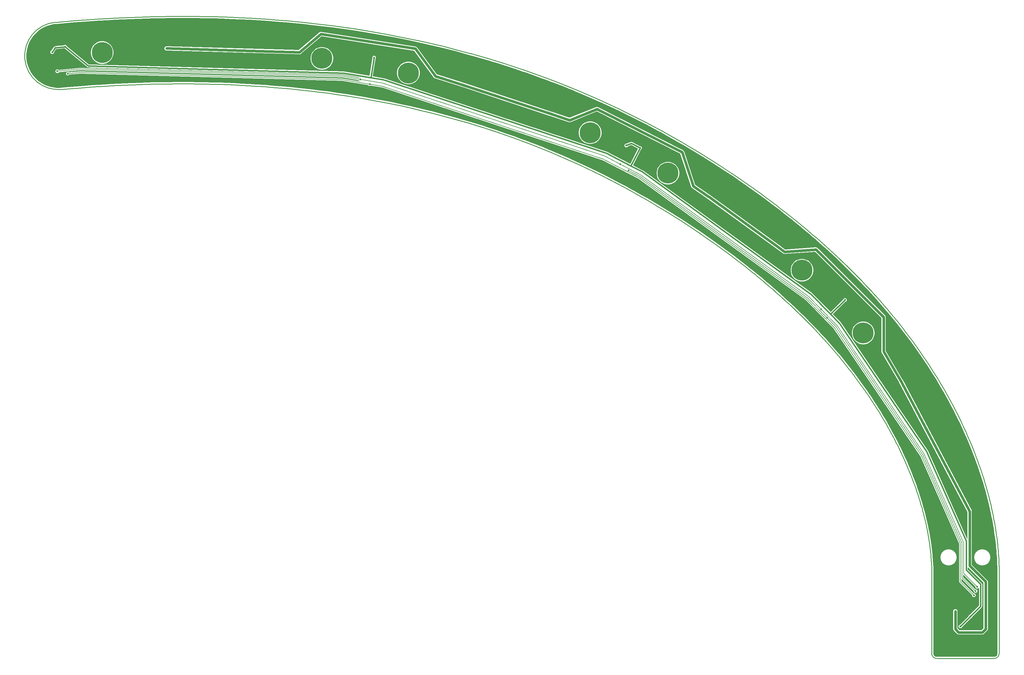
<source format=gbl>
G04*
G04 #@! TF.GenerationSoftware,Altium Limited,Altium Designer,22.2.1 (43)*
G04*
G04 Layer_Physical_Order=2*
G04 Layer_Color=16711680*
%FSLAX44Y44*%
%MOMM*%
G71*
G04*
G04 #@! TF.SameCoordinates,C81B6E68-797F-42A2-B6C5-F614A2D79E64*
G04*
G04*
G04 #@! TF.FilePolarity,Positive*
G04*
G01*
G75*
%ADD10C,0.2540*%
%ADD11C,0.1524*%
%ADD87C,0.3810*%
%ADD89C,6.2000*%
%ADD90C,0.5500*%
%ADD91C,0.6200*%
%ADD92C,0.7620*%
G36*
X-2281411Y1898941D02*
X-2254632Y1898567D01*
X-2227860Y1897998D01*
X-2201107Y1897233D01*
X-2174366Y1896269D01*
X-2147642Y1895105D01*
X-2120933Y1893738D01*
X-2094243Y1892166D01*
X-2067574Y1890387D01*
X-2040925Y1888399D01*
X-2014299Y1886200D01*
X-1987698Y1883788D01*
X-1961116Y1881160D01*
X-1934569Y1878316D01*
X-1904253Y1874796D01*
X-1873982Y1870988D01*
X-1843747Y1866887D01*
X-1813551Y1862490D01*
X-1783402Y1857796D01*
X-1753295Y1852800D01*
X-1719481Y1846815D01*
X-1685724Y1840440D01*
X-1652034Y1833671D01*
X-1618409Y1826504D01*
X-1584854Y1818934D01*
X-1547652Y1810044D01*
X-1510545Y1800646D01*
X-1466115Y1788681D01*
X-1460128Y1787015D01*
X-1448125Y1783618D01*
X-1436138Y1780167D01*
X-1424167Y1776662D01*
X-1418192Y1774883D01*
X-1411743Y1772963D01*
X-1398870Y1769061D01*
X-1386011Y1765095D01*
X-1373170Y1761065D01*
X-1366761Y1759019D01*
X-1366761Y1759019D01*
X-1359418Y1756674D01*
X-1344765Y1751904D01*
X-1330139Y1747051D01*
X-1315540Y1742114D01*
X-1308255Y1739604D01*
X-1301407Y1737244D01*
X-1287742Y1732453D01*
X-1274095Y1727586D01*
X-1260482Y1722648D01*
X-1253684Y1720140D01*
X-1248232Y1718129D01*
X-1237357Y1714063D01*
X-1226493Y1709946D01*
X-1215644Y1705782D01*
X-1210231Y1703676D01*
X-1203443Y1701036D01*
X-1189902Y1695683D01*
X-1176383Y1690251D01*
X-1162899Y1684747D01*
X-1156175Y1681958D01*
X-1156175Y1681958D01*
X-1156175Y1681958D01*
X-1139463Y1675028D01*
X-1106233Y1660701D01*
X-1073210Y1645912D01*
X-1040395Y1630661D01*
X-1024110Y1622813D01*
X-992258Y1607192D01*
X-953500Y1587453D01*
X-946924Y1584035D01*
X-933777Y1577108D01*
X-920668Y1570106D01*
X-907594Y1563030D01*
X-901082Y1559458D01*
X-886717Y1551575D01*
X-858177Y1535459D01*
X-829837Y1518999D01*
X-801701Y1502197D01*
X-773768Y1485053D01*
X-746046Y1467570D01*
X-718541Y1449753D01*
X-691251Y1431601D01*
X-677719Y1422361D01*
X-677719Y1422361D01*
X-677719Y1422361D01*
X-672417Y1418741D01*
X-661854Y1411456D01*
X-651325Y1404119D01*
X-640832Y1396732D01*
X-635612Y1393020D01*
X-606886Y1372302D01*
X-591114Y1360676D01*
X-575457Y1348952D01*
X-563027Y1339511D01*
X-550684Y1330016D01*
X-538427Y1320468D01*
X-526259Y1310866D01*
X-514181Y1301211D01*
X-502199Y1291509D01*
X-490310Y1281754D01*
X-481460Y1274409D01*
X-472663Y1267035D01*
X-463924Y1259636D01*
X-455244Y1252213D01*
X-446619Y1244761D01*
X-438052Y1237284D01*
X-429549Y1229786D01*
X-421105Y1222261D01*
X-409942Y1212193D01*
X-398891Y1202085D01*
X-387954Y1191939D01*
X-377129Y1181754D01*
X-366420Y1171533D01*
X-355828Y1161277D01*
X-345358Y1150992D01*
X-335005Y1140673D01*
X-327323Y1132917D01*
X-319711Y1125145D01*
X-312163Y1117352D01*
X-304691Y1109550D01*
X-297291Y1101734D01*
X-289961Y1093903D01*
X-282704Y1086060D01*
X-275521Y1078206D01*
X-268411Y1070338D01*
X-261377Y1062463D01*
X-252120Y1051951D01*
X-236226Y1033498D01*
X-220745Y1015005D01*
X-205666Y996471D01*
X-190989Y977902D01*
X-176708Y959301D01*
X-162819Y940674D01*
X-147422Y919358D01*
X-132526Y898019D01*
X-121686Y882012D01*
X-112864Y868667D01*
X-104235Y855322D01*
X-95798Y841976D01*
X-87556Y828637D01*
X-79501Y815296D01*
X-71639Y801966D01*
X-63967Y788644D01*
X-56485Y775331D01*
X-49192Y762032D01*
X-42085Y748743D01*
X-35169Y735473D01*
X-28440Y722221D01*
X-21897Y708987D01*
X-15539Y695772D01*
X-9367Y682582D01*
X-3381Y669419D01*
X2424Y656277D01*
X8043Y643169D01*
X13482Y630084D01*
X18738Y617035D01*
X23815Y604013D01*
X27743Y593631D01*
X31560Y583263D01*
X35261Y572922D01*
X38847Y562607D01*
X42320Y552314D01*
X45679Y542050D01*
X48925Y531816D01*
X52058Y521608D01*
X55079Y511427D01*
X57986Y501281D01*
X60781Y491163D01*
X63465Y481074D01*
X66037Y471019D01*
X68498Y460998D01*
X70847Y451011D01*
X73087Y441056D01*
X75214Y431142D01*
X77232Y421262D01*
X79140Y411420D01*
X80939Y401612D01*
X82215Y394293D01*
X83430Y386986D01*
X84583Y379709D01*
X85676Y372449D01*
X86706Y365213D01*
X87676Y358003D01*
X88584Y350810D01*
X89431Y343643D01*
X90217Y336498D01*
X90941Y329383D01*
X91813Y319922D01*
X92577Y310500D01*
X93078Y303475D01*
X93519Y296479D01*
X93899Y289512D01*
X94118Y284896D01*
X94311Y280277D01*
X94320Y280239D01*
X94315Y280200D01*
X94902Y269855D01*
Y15000D01*
X94902Y14025D01*
X94522Y12112D01*
X93775Y10309D01*
X92691Y8688D01*
X91312Y7308D01*
X89690Y6225D01*
X87888Y5478D01*
X85975Y5098D01*
X-85975D01*
X-87888Y5478D01*
X-89691Y6225D01*
X-91312Y7308D01*
X-92691Y8688D01*
X-93775Y10310D01*
X-94522Y12112D01*
X-94902Y14025D01*
Y15000D01*
Y270000D01*
X-94940Y270188D01*
X-94916Y270378D01*
X-95747Y281535D01*
X-95921Y284680D01*
X-95924Y284695D01*
X-95922Y284709D01*
X-96167Y288728D01*
X-96172Y288745D01*
X-96169Y288763D01*
X-96499Y293623D01*
X-96505Y293647D01*
X-96502Y293671D01*
X-97070Y301028D01*
X-97078Y301056D01*
X-97075Y301085D01*
X-97732Y308512D01*
X-97738Y308533D01*
X-97736Y308556D01*
X-98140Y312708D01*
X-98145Y312724D01*
X-98143Y312740D01*
X-98575Y316911D01*
X-98579Y316925D01*
X-98578Y316939D01*
X-98943Y320290D01*
X-98947Y320303D01*
X-98946Y320315D01*
X-99330Y323679D01*
X-99333Y323691D01*
X-99332Y323704D01*
X-99734Y327080D01*
X-99738Y327092D01*
X-99737Y327105D01*
X-100156Y330494D01*
X-100160Y330506D01*
X-100160Y330519D01*
X-100597Y333922D01*
X-100602Y333935D01*
X-100601Y333949D01*
X-101174Y338221D01*
X-101179Y338236D01*
X-101178Y338251D01*
X-101779Y342544D01*
X-101785Y342560D01*
X-101784Y342577D01*
X-102544Y347755D01*
X-102550Y347772D01*
X-102549Y347791D01*
X-103351Y352998D01*
X-103357Y353015D01*
X-103356Y353033D01*
X-104200Y358269D01*
X-104206Y358285D01*
X-104205Y358304D01*
X-105091Y363567D01*
X-105097Y363583D01*
X-105097Y363601D01*
X-106024Y368891D01*
X-106030Y368907D01*
X-106030Y368923D01*
X-106835Y373351D01*
X-106841Y373367D01*
X-106841Y373383D01*
X-107847Y378721D01*
X-107853Y378737D01*
X-107853Y378755D01*
X-108902Y384119D01*
X-108908Y384136D01*
X-108908Y384153D01*
X-110000Y389543D01*
X-110006Y389559D01*
X-110006Y389576D01*
X-111141Y394991D01*
X-111148Y395007D01*
X-111148Y395025D01*
X-112326Y400464D01*
X-112333Y400480D01*
X-112333Y400497D01*
X-113554Y405961D01*
X-113561Y405977D01*
X-113562Y405994D01*
X-114827Y411483D01*
X-114834Y411498D01*
X-114834Y411516D01*
X-116143Y417028D01*
X-116151Y417043D01*
X-116151Y417060D01*
X-117504Y422596D01*
X-117511Y422611D01*
X-117512Y422628D01*
X-118910Y428187D01*
X-118917Y428202D01*
X-118918Y428219D01*
X-120359Y433801D01*
X-120367Y433816D01*
X-120368Y433833D01*
X-121854Y439437D01*
X-121862Y439452D01*
X-121863Y439468D01*
X-123394Y445095D01*
X-123401Y445110D01*
X-123403Y445126D01*
X-124979Y450774D01*
X-124987Y450790D01*
X-124988Y450808D01*
X-126884Y457425D01*
X-126893Y457442D01*
X-126895Y457461D01*
X-128853Y464106D01*
X-128861Y464123D01*
X-128863Y464142D01*
X-130883Y470815D01*
X-130892Y470832D01*
X-130894Y470851D01*
X-132976Y477551D01*
X-132985Y477568D01*
X-132987Y477587D01*
X-135131Y484314D01*
X-135140Y484331D01*
X-135143Y484350D01*
X-137350Y491104D01*
X-137359Y491120D01*
X-137361Y491139D01*
X-139631Y497918D01*
X-139641Y497935D01*
X-139643Y497953D01*
X-141977Y504758D01*
X-141986Y504774D01*
X-141989Y504793D01*
X-144386Y511622D01*
X-144395Y511638D01*
X-144398Y511657D01*
X-146859Y518511D01*
X-146868Y518526D01*
X-146871Y518545D01*
X-149396Y525422D01*
X-149406Y525439D01*
X-149409Y525459D01*
X-152374Y533347D01*
X-152385Y533365D01*
X-152388Y533386D01*
X-155437Y541303D01*
X-155448Y541321D01*
X-155452Y541342D01*
X-158585Y549288D01*
X-158596Y549306D01*
X-158600Y549326D01*
X-161819Y557300D01*
X-161830Y557318D01*
X-161834Y557338D01*
X-165138Y565340D01*
X-165149Y565357D01*
X-165154Y565377D01*
X-168543Y573405D01*
X-168555Y573422D01*
X-168559Y573442D01*
X-172035Y581496D01*
X-172047Y581512D01*
X-172051Y581532D01*
X-175613Y589610D01*
X-175625Y589627D01*
X-175630Y589647D01*
X-179279Y597749D01*
X-179291Y597766D01*
X-179296Y597786D01*
X-183032Y605911D01*
X-183045Y605929D01*
X-183050Y605950D01*
X-187358Y615117D01*
X-187372Y615136D01*
X-187378Y615158D01*
X-191797Y624353D01*
X-191811Y624371D01*
X-191817Y624393D01*
X-196348Y633614D01*
X-196362Y633632D01*
X-196368Y633654D01*
X-201012Y642900D01*
X-201026Y642918D01*
X-201032Y642940D01*
X-205788Y652210D01*
X-205802Y652227D01*
X-205809Y652249D01*
X-210679Y661543D01*
X-210693Y661560D01*
X-210699Y661581D01*
X-215683Y670897D01*
X-215697Y670914D01*
X-215704Y670935D01*
X-220802Y680271D01*
X-220816Y680288D01*
X-220823Y680309D01*
X-226036Y689665D01*
X-226051Y689682D01*
X-226057Y689703D01*
X-231386Y699078D01*
X-231401Y699096D01*
X-231409Y699118D01*
X-237465Y709555D01*
X-237481Y709573D01*
X-237489Y709596D01*
X-243690Y720054D01*
X-243706Y720073D01*
X-243714Y720095D01*
X-250059Y730573D01*
X-250075Y730591D01*
X-250083Y730613D01*
X-256573Y741108D01*
X-256590Y741126D01*
X-256598Y741148D01*
X-263234Y751660D01*
X-263250Y751677D01*
X-263259Y751699D01*
X-270041Y762226D01*
X-270058Y762243D01*
X-270067Y762265D01*
X-276996Y772805D01*
X-277013Y772822D01*
X-277022Y772844D01*
X-284099Y783396D01*
X-284116Y783412D01*
X-284125Y783434D01*
X-291351Y793997D01*
X-291368Y794013D01*
X-291377Y794035D01*
X-298752Y804607D01*
X-298770Y804624D01*
X-298780Y804647D01*
X-307065Y816284D01*
X-307084Y816302D01*
X-307095Y816326D01*
X-315562Y827970D01*
X-315581Y827988D01*
X-315592Y828011D01*
X-324243Y839661D01*
X-324262Y839679D01*
X-324273Y839702D01*
X-333107Y851356D01*
X-333126Y851373D01*
X-333137Y851396D01*
X-342156Y863051D01*
X-342175Y863067D01*
X-342187Y863090D01*
X-351390Y874744D01*
X-351410Y874761D01*
X-351422Y874784D01*
X-360811Y886435D01*
X-360831Y886452D01*
X-360843Y886474D01*
X-370419Y898121D01*
X-370439Y898137D01*
X-370451Y898160D01*
X-380215Y909800D01*
X-380236Y909817D01*
X-380249Y909840D01*
X-391116Y922529D01*
X-391137Y922545D01*
X-391150Y922568D01*
X-401309Y934188D01*
X-401329Y934203D01*
X-401341Y934224D01*
X-410742Y944777D01*
X-410760Y944791D01*
X-410772Y944810D01*
X-420331Y955353D01*
X-420349Y955366D01*
X-420360Y955384D01*
X-429100Y964863D01*
X-429117Y964875D01*
X-429128Y964892D01*
X-437999Y974362D01*
X-438016Y974374D01*
X-438026Y974391D01*
X-447029Y983851D01*
X-447046Y983863D01*
X-447057Y983880D01*
X-456192Y993330D01*
X-456209Y993341D01*
X-456220Y993358D01*
X-465489Y1002799D01*
X-465503Y1002808D01*
X-465512Y1002822D01*
X-471767Y1009110D01*
X-471777Y1009117D01*
X-471783Y1009127D01*
X-477041Y1014363D01*
X-477050Y1014369D01*
X-477056Y1014379D01*
X-482355Y1019611D01*
X-482364Y1019617D01*
X-482370Y1019626D01*
X-487710Y1024855D01*
X-487719Y1024861D01*
X-487725Y1024870D01*
X-493105Y1030094D01*
X-493114Y1030100D01*
X-493120Y1030109D01*
X-498540Y1035329D01*
X-498549Y1035334D01*
X-498555Y1035343D01*
X-504015Y1040558D01*
X-504023Y1040564D01*
X-504030Y1040572D01*
X-509528Y1045782D01*
X-509537Y1045788D01*
X-509543Y1045796D01*
X-515081Y1051000D01*
X-515089Y1051006D01*
X-515096Y1051014D01*
X-520672Y1056212D01*
X-520680Y1056218D01*
X-520686Y1056226D01*
X-526300Y1061418D01*
X-526310Y1061424D01*
X-526317Y1061433D01*
X-533103Y1067655D01*
X-533114Y1067661D01*
X-533121Y1067671D01*
X-539961Y1073883D01*
X-539972Y1073889D01*
X-539979Y1073899D01*
X-546872Y1080100D01*
X-546881Y1080106D01*
X-546888Y1080114D01*
X-552672Y1085274D01*
X-552681Y1085279D01*
X-552688Y1085288D01*
X-559676Y1091469D01*
X-559687Y1091475D01*
X-559694Y1091484D01*
X-566733Y1097653D01*
X-566743Y1097658D01*
X-566750Y1097668D01*
X-573840Y1103824D01*
X-573850Y1103829D01*
X-573857Y1103839D01*
X-580996Y1109982D01*
X-581006Y1109987D01*
X-581013Y1109996D01*
X-588201Y1116126D01*
X-588211Y1116132D01*
X-588218Y1116141D01*
X-595454Y1122256D01*
X-595465Y1122262D01*
X-595472Y1122272D01*
X-603974Y1129388D01*
X-603986Y1129394D01*
X-603994Y1129404D01*
X-612559Y1136500D01*
X-612570Y1136506D01*
X-612579Y1136516D01*
X-621206Y1143590D01*
X-621218Y1143596D01*
X-621226Y1143606D01*
X-629914Y1150658D01*
X-629927Y1150665D01*
X-629935Y1150675D01*
X-639939Y1158706D01*
X-639952Y1158713D01*
X-639961Y1158724D01*
X-650041Y1166723D01*
X-650055Y1166730D01*
X-650065Y1166742D01*
X-661494Y1175703D01*
X-661509Y1175710D01*
X-661519Y1175722D01*
X-673041Y1184639D01*
X-673056Y1184647D01*
X-673068Y1184660D01*
X-685975Y1194515D01*
X-685992Y1194523D01*
X-686005Y1194537D01*
X-700328Y1205311D01*
X-700346Y1205320D01*
X-700360Y1205335D01*
X-716130Y1217006D01*
X-716150Y1217015D01*
X-716165Y1217032D01*
X-734746Y1230532D01*
X-734770Y1230543D01*
X-734788Y1230562D01*
X-756252Y1245831D01*
X-756283Y1245845D01*
X-756306Y1245869D01*
X-787564Y1267500D01*
X-787599Y1267515D01*
X-787626Y1267542D01*
X-806751Y1280369D01*
X-806778Y1280380D01*
X-806800Y1280401D01*
X-839808Y1301992D01*
X-839838Y1302005D01*
X-839863Y1302028D01*
X-857904Y1313500D01*
X-857924Y1313508D01*
X-857940Y1313523D01*
X-873567Y1323278D01*
X-873584Y1323285D01*
X-873597Y1323297D01*
X-886742Y1331375D01*
X-886756Y1331380D01*
X-886767Y1331390D01*
X-897366Y1337821D01*
X-897378Y1337825D01*
X-897388Y1337834D01*
X-908065Y1344238D01*
X-908077Y1344243D01*
X-908086Y1344251D01*
X-918823Y1350619D01*
X-943604Y1365590D01*
X-943658Y1365610D01*
X-943700Y1365647D01*
X-956397Y1372943D01*
X-956420Y1372950D01*
X-956439Y1372967D01*
X-985125Y1389085D01*
X-985154Y1389095D01*
X-985178Y1389115D01*
X-1007590Y1401359D01*
X-1007613Y1401366D01*
X-1007631Y1401381D01*
X-1024188Y1410233D01*
X-1024218Y1410242D01*
X-1024241Y1410261D01*
X-1057561Y1427575D01*
X-1057600Y1427586D01*
X-1057632Y1427611D01*
X-1091219Y1444403D01*
X-1091258Y1444413D01*
X-1091290Y1444438D01*
X-1125135Y1460703D01*
X-1125164Y1460710D01*
X-1125189Y1460728D01*
X-1142205Y1468662D01*
X-1142221Y1468666D01*
X-1142235Y1468676D01*
X-1152827Y1473533D01*
X-1152846Y1473537D01*
X-1152861Y1473548D01*
X-1174116Y1483107D01*
X-1174140Y1483113D01*
X-1174161Y1483127D01*
X-1195508Y1492481D01*
X-1195532Y1492487D01*
X-1195553Y1492501D01*
X-1216988Y1501648D01*
X-1217007Y1501652D01*
X-1217022Y1501662D01*
X-1227773Y1506158D01*
X-1227784Y1506160D01*
X-1227792Y1506166D01*
X-1235213Y1509234D01*
X-1235226Y1509237D01*
X-1235236Y1509244D01*
X-1250108Y1515306D01*
X-1250124Y1515309D01*
X-1250139Y1515319D01*
X-1265050Y1521283D01*
X-1265067Y1521286D01*
X-1265081Y1521296D01*
X-1280031Y1527162D01*
X-1280044Y1527164D01*
X-1280054Y1527171D01*
X-1287544Y1530067D01*
X-1287552Y1530068D01*
X-1287558Y1530072D01*
X-1293997Y1532540D01*
X-1294008Y1532542D01*
X-1294017Y1532547D01*
X-1306914Y1537428D01*
X-1306929Y1537430D01*
X-1306941Y1537438D01*
X-1319866Y1542245D01*
X-1319880Y1542248D01*
X-1319892Y1542255D01*
X-1332844Y1546991D01*
X-1332854Y1546993D01*
X-1332864Y1546998D01*
X-1339349Y1549339D01*
X-1339356Y1549340D01*
X-1339362Y1549343D01*
X-1345423Y1551512D01*
X-1345433Y1551514D01*
X-1345441Y1551519D01*
X-1357579Y1555809D01*
X-1357592Y1555811D01*
X-1357604Y1555818D01*
X-1369764Y1560045D01*
X-1369777Y1560047D01*
X-1369789Y1560054D01*
X-1381970Y1564218D01*
X-1381980Y1564220D01*
X-1381989Y1564225D01*
X-1388087Y1566283D01*
X-1388094Y1566284D01*
X-1388099Y1566287D01*
X-1393563Y1568117D01*
X-1393572Y1568118D01*
X-1393580Y1568122D01*
X-1404521Y1571744D01*
X-1404532Y1571745D01*
X-1404543Y1571751D01*
X-1415500Y1575323D01*
X-1415512Y1575324D01*
X-1415522Y1575330D01*
X-1426496Y1578851D01*
X-1426504Y1578852D01*
X-1426512Y1578856D01*
X-1432005Y1580598D01*
X-1432030Y1580600D01*
X-1432051Y1580612D01*
X-1472689Y1593073D01*
X-1472730Y1593077D01*
X-1472767Y1593096D01*
X-1510168Y1603915D01*
X-1510206Y1603918D01*
X-1510239Y1603935D01*
X-1544362Y1613275D01*
X-1544397Y1613277D01*
X-1544429Y1613293D01*
X-1578665Y1622166D01*
X-1578699Y1622168D01*
X-1578730Y1622182D01*
X-1611358Y1630184D01*
X-1611390Y1630185D01*
X-1611419Y1630198D01*
X-1642420Y1637398D01*
X-1642450Y1637399D01*
X-1642477Y1637411D01*
X-1671836Y1643873D01*
X-1671865Y1643874D01*
X-1671891Y1643885D01*
X-1701325Y1650023D01*
X-1701353Y1650023D01*
X-1701378Y1650034D01*
X-1729149Y1655517D01*
X-1729175Y1655517D01*
X-1729200Y1655527D01*
X-1757035Y1660728D01*
X-1757061Y1660728D01*
X-1757084Y1660737D01*
X-1783237Y1665359D01*
X-1783261Y1665359D01*
X-1783284Y1665367D01*
X-1809491Y1669746D01*
X-1809515Y1669745D01*
X-1809538Y1669753D01*
X-1835799Y1673889D01*
X-1835822Y1673889D01*
X-1835845Y1673897D01*
X-1862158Y1677793D01*
X-1862180Y1677792D01*
X-1862202Y1677799D01*
X-1886806Y1681222D01*
X-1886828Y1681220D01*
X-1886849Y1681227D01*
X-1911497Y1684444D01*
X-1911519Y1684442D01*
X-1911539Y1684449D01*
X-1936230Y1687462D01*
X-1936251Y1687460D01*
X-1936272Y1687467D01*
X-1961003Y1690277D01*
X-1961024Y1690275D01*
X-1961044Y1690281D01*
X-1984045Y1692711D01*
X-1984065Y1692710D01*
X-1984084Y1692715D01*
X-2007119Y1694973D01*
X-2007139Y1694971D01*
X-2007157Y1694977D01*
X-2030227Y1697065D01*
X-2030246Y1697063D01*
X-2030264Y1697068D01*
X-2053367Y1698987D01*
X-2053386Y1698984D01*
X-2053404Y1698990D01*
X-2076539Y1700740D01*
X-2076557Y1700738D01*
X-2076575Y1700743D01*
X-2099741Y1702327D01*
X-2099760Y1702325D01*
X-2099778Y1702330D01*
X-2122974Y1703749D01*
X-2122992Y1703746D01*
X-2123009Y1703751D01*
X-2144448Y1704915D01*
X-2144465Y1704913D01*
X-2144481Y1704917D01*
X-2165944Y1705943D01*
X-2165961Y1705940D01*
X-2165977Y1705944D01*
X-2187465Y1706832D01*
X-2187481Y1706830D01*
X-2187498Y1706833D01*
X-2209009Y1707585D01*
X-2209025Y1707582D01*
X-2209041Y1707586D01*
X-2230576Y1708202D01*
X-2230592Y1708199D01*
X-2230608Y1708203D01*
X-2252165Y1708684D01*
X-2252181Y1708681D01*
X-2252197Y1708685D01*
X-2273775Y1709033D01*
X-2273791Y1709030D01*
X-2273807Y1709033D01*
X-2295406Y1709249D01*
X-2295422Y1709246D01*
X-2295437Y1709249D01*
X-2317056Y1709333D01*
X-2317072Y1709330D01*
X-2317087Y1709333D01*
X-2338725Y1709287D01*
X-2338741Y1709284D01*
X-2338756Y1709287D01*
X-2360412Y1709111D01*
X-2360427Y1709108D01*
X-2360443Y1709111D01*
X-2382116Y1708808D01*
X-2382131Y1708804D01*
X-2382146Y1708807D01*
X-2403836Y1708376D01*
X-2403851Y1708373D01*
X-2403866Y1708376D01*
X-2425572Y1707819D01*
X-2425586Y1707816D01*
X-2425601Y1707818D01*
X-2447322Y1707136D01*
X-2447336Y1707133D01*
X-2447351Y1707135D01*
X-2469086Y1706329D01*
X-2469100Y1706326D01*
X-2469114Y1706328D01*
X-2490864Y1705399D01*
X-2490878Y1705396D01*
X-2490892Y1705398D01*
X-2510844Y1704440D01*
X-2510856Y1704436D01*
X-2510869Y1704438D01*
X-2530836Y1703377D01*
X-2530849Y1703374D01*
X-2530862Y1703376D01*
X-2550845Y1702214D01*
X-2550856Y1702211D01*
X-2550869Y1702212D01*
X-2569049Y1701069D01*
X-2569060Y1701066D01*
X-2569071Y1701067D01*
X-2585444Y1699967D01*
X-2585454Y1699964D01*
X-2585465Y1699966D01*
X-2603665Y1698666D01*
X-2603676Y1698663D01*
X-2603688Y1698664D01*
X-2623712Y1697141D01*
X-2623724Y1697138D01*
X-2623738Y1697139D01*
X-2647397Y1695216D01*
X-2647414Y1695211D01*
X-2647430Y1695213D01*
X-2678346Y1692500D01*
X-2678355Y1692497D01*
X-2678364Y1692498D01*
X-2683007Y1692073D01*
X-2692332Y1692139D01*
X-2701604Y1693117D01*
X-2710737Y1695000D01*
X-2719641Y1697769D01*
X-2728230Y1701398D01*
X-2736423Y1705851D01*
X-2744139Y1711085D01*
X-2751306Y1717051D01*
X-2757853Y1723690D01*
X-2763718Y1730940D01*
X-2768844Y1738728D01*
X-2773182Y1746983D01*
X-2776690Y1755622D01*
X-2779334Y1764564D01*
X-2781089Y1773721D01*
X-2781938Y1783007D01*
X-2781873Y1792331D01*
X-2780894Y1801604D01*
X-2779011Y1810737D01*
X-2776242Y1819641D01*
X-2772614Y1828230D01*
X-2768161Y1836423D01*
X-2762926Y1844139D01*
X-2756960Y1851306D01*
X-2750321Y1857853D01*
X-2743072Y1863718D01*
X-2735283Y1868844D01*
X-2727029Y1873182D01*
X-2718390Y1876690D01*
X-2709448Y1879334D01*
X-2700290Y1881089D01*
X-2695649Y1881514D01*
X-2691820Y1881862D01*
X-2664998Y1884210D01*
X-2638154Y1886396D01*
X-2611299Y1888416D01*
X-2588268Y1890016D01*
X-2565227Y1891491D01*
X-2542193Y1892841D01*
X-2519149Y1894064D01*
X-2496107Y1895159D01*
X-2473074Y1896123D01*
X-2450039Y1896957D01*
X-2427018Y1897658D01*
X-2404006Y1898226D01*
X-2380995Y1898658D01*
X-2358002Y1898954D01*
X-2335016Y1899113D01*
X-2308204Y1899122D01*
X-2281411Y1898941D01*
D02*
G37*
%LPC*%
G36*
X-2554742Y1830364D02*
X-2560021D01*
X-2565235Y1829538D01*
X-2570256Y1827907D01*
X-2574960Y1825510D01*
X-2579231Y1822407D01*
X-2582964Y1818674D01*
X-2586067Y1814403D01*
X-2588464Y1809699D01*
X-2590096Y1804678D01*
X-2590921Y1799464D01*
Y1794184D01*
X-2590096Y1788970D01*
X-2588464Y1783949D01*
X-2586067Y1779245D01*
X-2582964Y1774974D01*
X-2579231Y1771241D01*
X-2574960Y1768138D01*
X-2570256Y1765741D01*
X-2565235Y1764110D01*
X-2560021Y1763284D01*
X-2554742D01*
X-2549527Y1764110D01*
X-2544507Y1765741D01*
X-2539803Y1768138D01*
X-2535531Y1771241D01*
X-2531799Y1774974D01*
X-2528695Y1779245D01*
X-2526299Y1783949D01*
X-2524667Y1788970D01*
X-2523841Y1794184D01*
Y1799464D01*
X-2524667Y1804678D01*
X-2526299Y1809699D01*
X-2528695Y1814403D01*
X-2531799Y1818674D01*
X-2535531Y1822407D01*
X-2539803Y1825510D01*
X-2544507Y1827907D01*
X-2549527Y1829538D01*
X-2554742Y1830364D01*
D02*
G37*
G36*
X-1903813Y1813079D02*
X-1909093D01*
X-1914307Y1812253D01*
X-1919328Y1810622D01*
X-1924032Y1808225D01*
X-1928303Y1805122D01*
X-1932036Y1801389D01*
X-1935139Y1797118D01*
X-1937536Y1792414D01*
X-1939167Y1787393D01*
X-1939993Y1782179D01*
Y1776900D01*
X-1939167Y1771685D01*
X-1937536Y1766664D01*
X-1935139Y1761960D01*
X-1932036Y1757689D01*
X-1928303Y1753956D01*
X-1924032Y1750853D01*
X-1919328Y1748456D01*
X-1914307Y1746825D01*
X-1909093Y1745999D01*
X-1903813D01*
X-1898599Y1746825D01*
X-1893578Y1748456D01*
X-1888874Y1750853D01*
X-1884603Y1753956D01*
X-1880870Y1757689D01*
X-1877767Y1761960D01*
X-1875370Y1766664D01*
X-1873739Y1771685D01*
X-1872913Y1776900D01*
Y1782179D01*
X-1873739Y1787393D01*
X-1875370Y1792414D01*
X-1877767Y1797118D01*
X-1880870Y1801389D01*
X-1884603Y1805122D01*
X-1888874Y1808225D01*
X-1893578Y1810622D01*
X-1898599Y1812253D01*
X-1903813Y1813079D01*
D02*
G37*
G36*
X-1647516Y1769738D02*
X-1652795D01*
X-1658009Y1768912D01*
X-1663030Y1767280D01*
X-1667734Y1764884D01*
X-1672005Y1761781D01*
X-1675738Y1758047D01*
X-1678841Y1753776D01*
X-1681238Y1749073D01*
X-1682869Y1744052D01*
X-1683695Y1738837D01*
Y1733558D01*
X-1682869Y1728344D01*
X-1681238Y1723323D01*
X-1678841Y1718619D01*
X-1675738Y1714348D01*
X-1672005Y1710615D01*
X-1667734Y1707512D01*
X-1663030Y1705115D01*
X-1658009Y1703483D01*
X-1652795Y1702658D01*
X-1647516D01*
X-1642301Y1703483D01*
X-1637280Y1705115D01*
X-1632576Y1707512D01*
X-1628305Y1710615D01*
X-1624572Y1714348D01*
X-1621469Y1718619D01*
X-1619073Y1723323D01*
X-1617441Y1728344D01*
X-1616615Y1733558D01*
Y1738837D01*
X-1617441Y1744052D01*
X-1619073Y1749073D01*
X-1621469Y1753776D01*
X-1624572Y1758047D01*
X-1628305Y1761781D01*
X-1632576Y1764884D01*
X-1637280Y1767280D01*
X-1642301Y1768912D01*
X-1647516Y1769738D01*
D02*
G37*
G36*
X-1109156Y1592664D02*
X-1114436D01*
X-1119650Y1591839D01*
X-1124671Y1590207D01*
X-1129375Y1587810D01*
X-1133646Y1584707D01*
X-1137379Y1580974D01*
X-1140482Y1576703D01*
X-1142879Y1571999D01*
X-1144510Y1566978D01*
X-1145336Y1561764D01*
Y1556485D01*
X-1144510Y1551270D01*
X-1142879Y1546250D01*
X-1140482Y1541546D01*
X-1137379Y1537275D01*
X-1133646Y1533542D01*
X-1129375Y1530438D01*
X-1124671Y1528042D01*
X-1119650Y1526410D01*
X-1114436Y1525584D01*
X-1109156D01*
X-1103942Y1526410D01*
X-1098921Y1528042D01*
X-1094217Y1530438D01*
X-1089946Y1533542D01*
X-1086213Y1537275D01*
X-1083110Y1541546D01*
X-1080713Y1546250D01*
X-1079082Y1551270D01*
X-1078256Y1556485D01*
Y1561764D01*
X-1079082Y1566978D01*
X-1080713Y1571999D01*
X-1083110Y1576703D01*
X-1086213Y1580974D01*
X-1089946Y1584707D01*
X-1094217Y1587810D01*
X-1098921Y1590207D01*
X-1103942Y1591839D01*
X-1109156Y1592664D01*
D02*
G37*
G36*
X-878619Y1472634D02*
X-883898D01*
X-889112Y1471808D01*
X-894133Y1470177D01*
X-898837Y1467780D01*
X-903108Y1464677D01*
X-906841Y1460944D01*
X-909944Y1456673D01*
X-912341Y1451969D01*
X-913972Y1446948D01*
X-914798Y1441734D01*
Y1436454D01*
X-913972Y1431240D01*
X-912341Y1426219D01*
X-909944Y1421515D01*
X-906841Y1417244D01*
X-903108Y1413511D01*
X-898837Y1410408D01*
X-894133Y1408011D01*
X-889112Y1406380D01*
X-883898Y1405554D01*
X-878619D01*
X-873404Y1406380D01*
X-868383Y1408011D01*
X-863680Y1410408D01*
X-859409Y1413511D01*
X-855676Y1417244D01*
X-852572Y1421515D01*
X-850176Y1426219D01*
X-848544Y1431240D01*
X-847718Y1436454D01*
Y1441734D01*
X-848544Y1446948D01*
X-850176Y1451969D01*
X-852572Y1456673D01*
X-855676Y1460944D01*
X-859409Y1464677D01*
X-863680Y1467780D01*
X-868383Y1470177D01*
X-873404Y1471808D01*
X-878619Y1472634D01*
D02*
G37*
G36*
X-481550Y1184901D02*
X-486829D01*
X-492044Y1184075D01*
X-497065Y1182443D01*
X-501769Y1180047D01*
X-506040Y1176944D01*
X-509773Y1173211D01*
X-512876Y1168940D01*
X-515273Y1164236D01*
X-516904Y1159215D01*
X-517730Y1154000D01*
Y1148721D01*
X-516904Y1143507D01*
X-515273Y1138486D01*
X-512876Y1133782D01*
X-509773Y1129511D01*
X-506040Y1125778D01*
X-501769Y1122675D01*
X-497065Y1120278D01*
X-492044Y1118647D01*
X-486829Y1117821D01*
X-481550D01*
X-476336Y1118647D01*
X-471315Y1120278D01*
X-466611Y1122675D01*
X-462340Y1125778D01*
X-458607Y1129511D01*
X-455504Y1133782D01*
X-453107Y1138486D01*
X-451476Y1143507D01*
X-450650Y1148721D01*
Y1154000D01*
X-451476Y1159215D01*
X-453107Y1164236D01*
X-455504Y1168940D01*
X-458607Y1173211D01*
X-462340Y1176944D01*
X-466611Y1180047D01*
X-471315Y1182443D01*
X-476336Y1184075D01*
X-481550Y1184901D01*
D02*
G37*
G36*
X-300213Y998810D02*
X-305492D01*
X-310707Y997984D01*
X-315728Y996353D01*
X-320432Y993956D01*
X-324703Y990853D01*
X-328436Y987120D01*
X-331539Y982849D01*
X-333936Y978145D01*
X-335567Y973124D01*
X-336393Y967909D01*
Y962630D01*
X-335567Y957416D01*
X-333936Y952395D01*
X-331539Y947691D01*
X-328436Y943420D01*
X-324703Y939687D01*
X-320432Y936584D01*
X-315728Y934187D01*
X-310707Y932556D01*
X-305492Y931730D01*
X-300213D01*
X-294999Y932556D01*
X-289978Y934187D01*
X-285274Y936584D01*
X-281003Y939687D01*
X-277270Y943420D01*
X-274167Y947691D01*
X-271770Y952395D01*
X-270139Y957416D01*
X-269313Y962630D01*
Y967909D01*
X-270139Y973124D01*
X-271770Y978145D01*
X-274167Y982849D01*
X-277270Y987120D01*
X-281003Y990853D01*
X-285274Y993956D01*
X-289978Y996353D01*
X-294999Y997984D01*
X-300213Y998810D01*
D02*
G37*
G36*
X-1908682Y1858299D02*
X-1911192Y1858014D01*
X-1913402Y1856790D01*
X-1975207Y1804494D01*
X-2063156Y1807012D01*
X-2366300Y1815690D01*
X-2368791Y1815268D01*
X-2370930Y1813925D01*
X-2372393Y1811866D01*
X-2372957Y1809403D01*
X-2372535Y1806913D01*
X-2371192Y1804773D01*
X-2369133Y1803310D01*
X-2366671Y1802746D01*
X-2063526Y1794068D01*
X-1973102Y1791480D01*
X-1972027Y1791662D01*
X-1970944Y1791785D01*
X-1970788Y1791872D01*
X-1970611Y1791902D01*
X-1969688Y1792481D01*
X-1968734Y1793009D01*
X-1907413Y1844895D01*
X-1633275Y1802212D01*
X-1575387Y1722972D01*
X-1574812Y1722444D01*
X-1574324Y1721835D01*
X-1573891Y1721597D01*
X-1573528Y1721263D01*
X-1572795Y1720994D01*
X-1572110Y1720618D01*
X-1492170Y1695349D01*
X-1231147Y1609062D01*
X-1174367Y1590293D01*
X-1173359Y1590168D01*
X-1172365Y1589966D01*
X-1172114Y1590014D01*
X-1171860Y1589983D01*
X-1170881Y1590253D01*
X-1169885Y1590447D01*
X-1092205Y1622204D01*
X-844675Y1496896D01*
X-812452Y1398600D01*
X-812044Y1397876D01*
X-811738Y1397103D01*
X-811430Y1396785D01*
X-811212Y1396399D01*
X-810558Y1395886D01*
X-809980Y1395289D01*
X-765355Y1364464D01*
X-765355Y1364464D01*
X-765354Y1364463D01*
X-765343Y1364456D01*
X-563438Y1217971D01*
X-539723Y1200765D01*
X-538825Y1200352D01*
X-537966Y1199863D01*
X-537685Y1199827D01*
X-537428Y1199709D01*
X-536440Y1199671D01*
X-535459Y1199548D01*
X-445154Y1205998D01*
X-248974Y1009818D01*
Y910406D01*
X-248888Y909969D01*
X-248914Y909526D01*
X-248643Y908742D01*
X-248482Y907928D01*
X-248235Y907558D01*
X-248089Y907138D01*
X-197250Y820177D01*
X-197249Y820177D01*
X-197249Y820176D01*
X-197236Y820155D01*
X-64234Y567829D01*
X6026Y434537D01*
Y354496D01*
X4783Y354234D01*
X-111152Y616246D01*
X-111387Y616581D01*
X-111547Y616959D01*
X-369517Y996746D01*
X-369804Y997029D01*
X-370024Y997366D01*
X-393080Y1020964D01*
X-355535Y1058015D01*
X-353659Y1058792D01*
X-352171Y1060280D01*
X-351365Y1062224D01*
Y1064329D01*
X-352171Y1066273D01*
X-353659Y1067761D01*
X-355603Y1068567D01*
X-357708D01*
X-359652Y1067761D01*
X-361140Y1066273D01*
X-361879Y1064489D01*
X-398773Y1028080D01*
X-400043Y1028091D01*
X-453889Y1083204D01*
X-454208Y1083422D01*
X-454470Y1083705D01*
X-955256Y1447005D01*
X-955562Y1447146D01*
X-955824Y1447356D01*
X-985085Y1462593D01*
X-960918Y1509557D01*
X-960655Y1509666D01*
X-959166Y1511155D01*
X-958361Y1513099D01*
Y1515203D01*
X-959166Y1517148D01*
X-960655Y1518636D01*
X-962599Y1519441D01*
X-964032D01*
X-986398Y1530926D01*
X-986406Y1530928D01*
X-986412Y1530933D01*
X-986429Y1530942D01*
X-986935Y1531084D01*
X-988054Y1531548D01*
X-990209Y1531832D01*
X-992364Y1531548D01*
X-993100Y1531243D01*
X-993581Y1531136D01*
X-1003969Y1526545D01*
X-1005780D01*
X-1007724Y1525740D01*
X-1009212Y1524252D01*
X-1010018Y1522307D01*
Y1520203D01*
X-1009212Y1518259D01*
X-1007724Y1516770D01*
X-1005780Y1515965D01*
X-1003676D01*
X-1001731Y1516770D01*
X-1000243Y1518259D01*
X-1000231Y1518287D01*
X-990250Y1522698D01*
X-990209Y1522681D01*
X-990195Y1522686D01*
X-970556Y1512602D01*
X-970167Y1511393D01*
X-992712Y1467579D01*
X-993923Y1467195D01*
X-1062261Y1502780D01*
X-1062615Y1502883D01*
X-1062936Y1503064D01*
X-1723006Y1720584D01*
X-1723351Y1720627D01*
X-1723676Y1720750D01*
X-1756213Y1726195D01*
X-1747729Y1778407D01*
X-1747276Y1778860D01*
X-1746470Y1780805D01*
Y1782909D01*
X-1747276Y1784853D01*
X-1748764Y1786342D01*
X-1750708Y1787147D01*
X-1752812D01*
X-1754757Y1786342D01*
X-1756245Y1784853D01*
X-1757050Y1782909D01*
Y1780805D01*
X-1756671Y1779890D01*
X-1765009Y1728579D01*
X-1766041Y1727839D01*
X-1842030Y1740556D01*
X-1842346Y1740546D01*
X-1842654Y1740616D01*
X-2587598Y1761120D01*
X-2596424Y1761363D01*
X-2662168Y1815828D01*
X-2662690Y1817087D01*
X-2664178Y1818575D01*
X-2666122Y1819380D01*
X-2668227D01*
X-2670171Y1818575D01*
X-2670417Y1818329D01*
X-2695380Y1815905D01*
X-2695867Y1815758D01*
X-2696729Y1815645D01*
X-2698737Y1814813D01*
X-2700461Y1813490D01*
X-2700851Y1812983D01*
X-2700952Y1812914D01*
X-2701201Y1812541D01*
X-2701519Y1812224D01*
X-2701520Y1812222D01*
X-2701524Y1812212D01*
X-2701531Y1812205D01*
X-2707843Y1802645D01*
X-2708568Y1802345D01*
X-2710056Y1800857D01*
X-2710862Y1798912D01*
Y1796808D01*
X-2710056Y1794864D01*
X-2708568Y1793376D01*
X-2706624Y1792570D01*
X-2704519D01*
X-2702575Y1793376D01*
X-2701087Y1794864D01*
X-2700281Y1796808D01*
Y1797647D01*
X-2694161Y1806917D01*
X-2669467Y1809314D01*
X-2668227Y1808800D01*
X-2667893D01*
X-2601003Y1753386D01*
X-2600462Y1753094D01*
X-2599960Y1752738D01*
X-2599690Y1752677D01*
X-2599447Y1752545D01*
X-2598835Y1752482D01*
X-2598236Y1752345D01*
X-2587848Y1752059D01*
X-1843217Y1731564D01*
X-1795325Y1723550D01*
X-1795188Y1722347D01*
X-1795465Y1722117D01*
X-1795646Y1722042D01*
X-1796097Y1721591D01*
X-1796140Y1721555D01*
X-1843873Y1729543D01*
X-1844108Y1729536D01*
X-1844336Y1729588D01*
X-2623064Y1751022D01*
X-2623263Y1750988D01*
X-2623464Y1751010D01*
X-2686620Y1745234D01*
X-2687380Y1745994D01*
X-2689324Y1746800D01*
X-2691429D01*
X-2693373Y1745994D01*
X-2694861Y1744506D01*
X-2695667Y1742562D01*
Y1740457D01*
X-2694861Y1738513D01*
X-2693373Y1737025D01*
X-2691429Y1736220D01*
X-2689324D01*
X-2687380Y1737025D01*
X-2685892Y1738513D01*
X-2685881Y1738540D01*
X-2623050Y1744286D01*
X-1844755Y1722864D01*
X-1797282Y1714920D01*
X-1797134Y1714561D01*
X-1795646Y1713073D01*
X-1794941Y1712781D01*
X-1794745Y1711325D01*
X-1794895Y1711208D01*
X-1794895D01*
X-1845524Y1719680D01*
X-1845758Y1719673D01*
X-1845987Y1719725D01*
X-2622154Y1741064D01*
X-2622353Y1741030D01*
X-2622553Y1741051D01*
X-2655834Y1738008D01*
X-2656594Y1738768D01*
X-2658538Y1739573D01*
X-2660643D01*
X-2662587Y1738768D01*
X-2664075Y1737280D01*
X-2664880Y1735336D01*
Y1733231D01*
X-2664075Y1731287D01*
X-2662587Y1729799D01*
X-2660643Y1728993D01*
X-2658538D01*
X-2656594Y1729799D01*
X-2655106Y1731287D01*
X-2655095Y1731314D01*
X-2622139Y1734327D01*
X-1846405Y1713001D01*
X-1769344Y1700105D01*
X-1769196Y1699747D01*
X-1767707Y1698259D01*
X-1765763Y1697453D01*
X-1763659D01*
X-1761714Y1698259D01*
X-1761226Y1698747D01*
X-1728535Y1693276D01*
X-1074906Y1477894D01*
X-968928Y1422725D01*
X-475581Y1064864D01*
X-474821Y1064313D01*
X-474022Y1063536D01*
X-473910Y1063412D01*
X-473122Y1062860D01*
X-472684Y1062472D01*
X-472002Y1061774D01*
X-390185Y978079D01*
X-132607Y598869D01*
X-18385Y340729D01*
Y227519D01*
X-18129Y226230D01*
X-17399Y225138D01*
X19710Y188029D01*
Y186448D01*
X20515Y184503D01*
X22004Y183015D01*
X23948Y182210D01*
X26052D01*
X27996Y183015D01*
X29485Y184503D01*
X30290Y186448D01*
Y188552D01*
X29485Y190497D01*
X27996Y191985D01*
X26052Y192790D01*
X24471D01*
X-11652Y228913D01*
Y235231D01*
X-10479Y235717D01*
X24710Y200529D01*
Y198948D01*
X25515Y197003D01*
X27004Y195515D01*
X28948Y194710D01*
X31052D01*
X32996Y195515D01*
X34485Y197003D01*
X35290Y198948D01*
Y201052D01*
X34485Y202997D01*
X32996Y204485D01*
X31052Y205290D01*
X29471D01*
X-6652Y241413D01*
Y247731D01*
X-5479Y248217D01*
X29710Y213029D01*
Y211448D01*
X30515Y209503D01*
X32004Y208015D01*
X33948Y207210D01*
X36052D01*
X37996Y208015D01*
X39198Y209217D01*
X40468Y208811D01*
Y157117D01*
X13593Y130243D01*
X11763Y129485D01*
X10275Y127997D01*
X9470Y126052D01*
Y125879D01*
X-16167Y100243D01*
X-17996Y99485D01*
X-19485Y97997D01*
X-20290Y96052D01*
Y93948D01*
X-19485Y92003D01*
X-17996Y90515D01*
X-16052Y89710D01*
X-13948D01*
X-12004Y90515D01*
X-10515Y92003D01*
X-9758Y93833D01*
X16336Y119927D01*
X17757Y120515D01*
X19245Y122003D01*
X20003Y123833D01*
X48205Y152035D01*
X48205Y152035D01*
X49187Y153506D01*
X49532Y155240D01*
X49532Y155240D01*
Y220000D01*
X49187Y221734D01*
X48205Y223205D01*
X7032Y264377D01*
Y269516D01*
X8302Y270042D01*
X53526Y224818D01*
Y90182D01*
X47318Y83974D01*
X-17318D01*
X-23526Y90182D01*
Y102500D01*
Y110000D01*
Y117500D01*
Y125000D01*
Y132500D01*
Y140000D01*
X-24018Y142478D01*
X-25422Y144578D01*
X-27522Y145982D01*
X-30000Y146475D01*
X-32478Y145982D01*
X-34578Y144578D01*
X-35982Y142478D01*
X-36474Y140000D01*
Y132500D01*
Y125000D01*
Y117500D01*
Y110000D01*
Y102500D01*
Y87500D01*
X-35982Y85022D01*
X-34578Y82922D01*
X-24578Y72922D01*
X-22478Y71518D01*
X-20000Y71026D01*
X50000D01*
X52478Y71518D01*
X54578Y72922D01*
X64578Y82922D01*
X65982Y85022D01*
X66474Y87500D01*
Y227500D01*
X65982Y229978D01*
X64578Y232078D01*
X18974Y277682D01*
Y436139D01*
X18915Y436436D01*
X18947Y436737D01*
X18671Y437666D01*
X18482Y438617D01*
X18314Y438868D01*
X18227Y439158D01*
X-52779Y573867D01*
X-185848Y826319D01*
X-185939Y826431D01*
X-185986Y826568D01*
X-186071Y826712D01*
X-236026Y912159D01*
Y1011869D01*
X-236518Y1014346D01*
X-236843Y1014833D01*
X-236960Y1015419D01*
X-238364Y1017520D01*
X-437780Y1216936D01*
X-438272Y1217570D01*
X-440467Y1218820D01*
X-442974Y1219136D01*
X-534028Y1212632D01*
X-555834Y1228452D01*
X-757801Y1374981D01*
X-757870Y1375013D01*
X-757924Y1375068D01*
X-757997Y1375119D01*
X-800827Y1404705D01*
X-833206Y1503478D01*
X-834446Y1505679D01*
X-836434Y1507238D01*
X-1088605Y1634894D01*
X-1089271Y1635344D01*
X-1091746Y1635848D01*
X-1094226Y1635367D01*
X-1172572Y1603337D01*
X-1227083Y1621357D01*
X-1488147Y1707657D01*
X-1488190Y1707663D01*
X-1488228Y1707684D01*
X-1566184Y1732325D01*
X-1624029Y1811506D01*
X-1625889Y1813216D01*
X-1626438Y1813417D01*
X-1626878Y1813822D01*
X-1629251Y1814690D01*
X-1907910Y1858078D01*
X-1908682Y1858299D01*
D02*
G37*
G36*
X52328Y323640D02*
X47672D01*
X43105Y322732D01*
X38802Y320950D01*
X34930Y318362D01*
X31638Y315070D01*
X29051Y311198D01*
X27269Y306896D01*
X26360Y302328D01*
Y297672D01*
X27269Y293104D01*
X29051Y288802D01*
X31638Y284930D01*
X34930Y281638D01*
X38802Y279051D01*
X43105Y277269D01*
X47672Y276360D01*
X52328D01*
X56895Y277269D01*
X61198Y279051D01*
X65070Y281638D01*
X68362Y284930D01*
X70950Y288802D01*
X72731Y293104D01*
X73640Y297672D01*
Y302328D01*
X72731Y306896D01*
X70950Y311198D01*
X68362Y315070D01*
X65070Y318362D01*
X61198Y320950D01*
X56895Y322732D01*
X52328Y323640D01*
D02*
G37*
G36*
X-47672D02*
X-52328D01*
X-56895Y322732D01*
X-61198Y320950D01*
X-65070Y318362D01*
X-68362Y315070D01*
X-70950Y311198D01*
X-72731Y306896D01*
X-73640Y302328D01*
Y297672D01*
X-72731Y293104D01*
X-70950Y288802D01*
X-68362Y284930D01*
X-65070Y281638D01*
X-61198Y279051D01*
X-56895Y277269D01*
X-52328Y276360D01*
X-47672D01*
X-43105Y277269D01*
X-38802Y279051D01*
X-34930Y281638D01*
X-31638Y284930D01*
X-29051Y288802D01*
X-27269Y293104D01*
X-26360Y297672D01*
Y302328D01*
X-27269Y306896D01*
X-29051Y311198D01*
X-31638Y315070D01*
X-34930Y318362D01*
X-38802Y320950D01*
X-43105Y322732D01*
X-47672Y323640D01*
D02*
G37*
%LPD*%
D10*
X-100000Y15000D02*
G03*
X-85000Y0I15000J0D01*
G01*
X85000Y0D02*
G03*
X100000Y15000I0J15000D01*
G01*
X-674845Y1426571D02*
G03*
X-898629Y1563927I-1523375J-2230964D01*
G01*
X-632646Y1397166D02*
G03*
X-674845Y1426571I-1557904J-2190748D01*
G01*
X-1010034Y1396885D02*
G03*
X-1144359Y1464042I-1141677J-2115645D01*
G01*
X-1021883Y1627399D02*
G03*
X-1154222Y1686667I-1124285J-2333025D01*
G01*
X-1208383Y1708427D02*
G03*
X-1251920Y1724923I-963187J-2476442D01*
G01*
X-1154222Y1686667D02*
G03*
X-1208383Y1708427I-1007155J-2428516D01*
G01*
X-898629Y1563927D02*
G03*
X-951167Y1591986I-1279453J-2332428D01*
G01*
X-1289382Y1525312D02*
G03*
X-1341080Y1544544I-884497J-2298581D01*
G01*
X-1229740Y1501455D02*
G03*
X-1289382Y1525312I-935076J-2251194D01*
G01*
X-1144359Y1464042D02*
G03*
X-1229740Y1501455I-1010830J-2190686D01*
G01*
X-1251920Y1724923D02*
G03*
X-1306594Y1744424I-929595J-2519915D01*
G01*
X-1389718Y1561453D02*
G03*
X-1433546Y1575738I-800709J-2382297D01*
G01*
X-1341080Y1544544D02*
G03*
X-1389718Y1561453I-841246J-2341300D01*
G01*
X-1416737Y1779769D02*
G03*
X-1464769Y1793598I-790041J-2653687D01*
G01*
X-1365211Y1763875D02*
G03*
X-1416737Y1779769I-833606J-2611069D01*
G01*
X-1306594Y1744424D02*
G03*
X-1365211Y1763875I-883569J-2564546D01*
G01*
X-2696111Y1886590D02*
G03*
X-2677900Y1687421I9106J-99585D01*
G01*
X99404Y280489D02*
X100000Y270000D01*
X-100834Y281206D02*
X-100000Y270000D01*
X89622Y380485D02*
X90720Y373187D01*
X-113905Y383142D02*
X-112856Y377777D01*
X-100000Y15000D02*
Y270000D01*
X-85000Y-0D02*
X85000Y0D01*
X100000Y15000D02*
Y270000D01*
X-921443Y1346246D02*
X-910687Y1339866D01*
X-987622Y1384641D02*
X-958936Y1368522D01*
X-946240Y1361227D01*
X-921443Y1346246D01*
X-1010034Y1396885D02*
X-987622Y1384641D01*
X-876266Y1318954D02*
X-860639Y1309199D01*
X-842598Y1297726D02*
X-809590Y1276135D01*
X-910687Y1339866D02*
X-900010Y1333462D01*
X-889411Y1327032D01*
X-876266Y1318954D01*
X-860639Y1309199D02*
X-842598Y1297726D01*
X-790465Y1263308D02*
X-759207Y1241677D01*
X-719162Y1212908D02*
X-703393Y1201237D01*
X-737742Y1226408D02*
X-719162Y1212908D01*
X-759207Y1241677D02*
X-737742Y1226408D01*
X-809590Y1276135D02*
X-790465Y1263308D01*
X-703393Y1201237D02*
X-689069Y1190463D01*
X-550281Y1076310D02*
X-543388Y1070109D01*
X-563054Y1087650D02*
X-556065Y1081469D01*
X-550281Y1076310D01*
X-570093Y1093819D02*
X-563054Y1087650D01*
X-584321Y1106118D02*
X-577182Y1099975D01*
X-591509Y1112247D02*
X-584321Y1106118D01*
X-577182Y1099975D02*
X-570093Y1093819D01*
X-598745Y1118363D02*
X-591509Y1112247D01*
X-607246Y1125479D02*
X-598745Y1118363D01*
X-624439Y1139648D02*
X-615811Y1132574D01*
X-607246Y1125479D01*
X-633127Y1146700D02*
X-624439Y1139648D01*
X-643130Y1154731D02*
X-633127Y1146700D01*
X-653210Y1162730D02*
X-643130Y1154731D01*
X-664639Y1171691D02*
X-653210Y1162730D01*
X-676161Y1180608D02*
X-664639Y1171691D01*
X-689069Y1190463D02*
X-676161Y1180608D01*
X-523089Y1314858D02*
X-510987Y1305185D01*
X-478195Y1278324D02*
X-469379Y1270935D01*
X-498979Y1295460D02*
X-487066Y1285686D01*
X-478195Y1278324D01*
X-434691Y1241117D02*
X-426167Y1233600D01*
X-469379Y1270935D02*
X-460620Y1263519D01*
X-443276Y1248610D02*
X-434691Y1241117D01*
X-451919Y1256077D02*
X-443276Y1248610D01*
X-460620Y1263519D02*
X-451919Y1256077D01*
X-510987Y1305185D02*
X-498979Y1295460D01*
X-588072Y1364767D02*
X-572387Y1353022D01*
X-559933Y1343562D02*
X-547564Y1334048D01*
X-535282Y1324479D01*
X-632646Y1397166D02*
X-603882Y1376421D01*
X-572387Y1353022D02*
X-559933Y1343562D01*
X-603882Y1376421D02*
X-588072Y1364767D01*
X-535282Y1324479D02*
X-523089Y1314858D01*
X-1021883Y1627399D02*
X-989978Y1611752D01*
X-951167Y1591986D01*
X-1757971Y1655717D02*
X-1730136Y1650516D01*
X-1936847Y1682401D02*
X-1912157Y1679389D01*
X-1984581Y1687642D02*
X-1961579Y1685212D01*
X-2007617Y1689900D02*
X-1984581Y1687642D01*
X-1961579Y1685212D02*
X-1936847Y1682401D01*
X-1862904Y1672750D02*
X-1836592Y1668854D01*
X-1887509Y1676172D02*
X-1862904Y1672750D01*
X-1784124Y1660339D02*
X-1757971Y1655717D01*
X-1810331Y1664717D02*
X-1784124Y1660339D01*
X-1836592Y1668854D02*
X-1810331Y1664717D01*
X-1702366Y1645033D02*
X-1672932Y1638894D01*
X-1912157Y1679389D02*
X-1887509Y1676172D01*
X-2030686Y1691988D02*
X-2007617Y1689900D01*
X-1612572Y1625233D02*
X-1579944Y1617231D01*
X-1672932Y1638894D02*
X-1643573Y1632432D01*
X-1612572Y1625233D01*
X-1474184Y1588199D02*
X-1433546Y1575738D01*
X-1511585Y1599018D02*
X-1474184Y1588199D01*
X-1545708Y1608358D02*
X-1511585Y1599018D01*
X-1579944Y1617231D02*
X-1545708Y1608358D01*
X-1718562Y1851829D02*
X-1684750Y1845444D01*
X-1617317Y1831483D02*
X-1583701Y1823900D01*
X-1546434Y1814994D02*
X-1509257Y1805579D01*
X-1651001Y1838663D02*
X-1617317Y1831483D01*
X-1509257Y1805579D02*
X-1464769Y1793598D01*
X-1583701Y1823900D02*
X-1546434Y1814994D01*
X-1684750Y1845444D02*
X-1651001Y1838663D01*
X-1730136Y1650516D02*
X-1702366Y1645033D01*
X-1843036Y1871935D02*
X-1812793Y1867532D01*
X-1873320Y1876043D02*
X-1843036Y1871935D01*
X-1903643Y1879858D02*
X-1873320Y1876043D01*
X-1934002Y1883383D02*
X-1903643Y1879858D01*
X-1960596Y1886232D02*
X-1934002Y1883383D01*
X-2013859Y1891279D02*
X-1987215Y1888863D01*
X-1752435Y1857824D02*
X-1718562Y1851829D01*
X-1782592Y1862829D02*
X-1752435Y1857824D01*
X-1812793Y1867532D02*
X-1782592Y1862829D01*
X-1987215Y1888863D02*
X-1960596Y1886232D01*
X-2040526Y1893481D02*
X-2013859Y1891279D01*
X-2519405Y1899155D02*
X-2496336Y1900251D01*
X-2067215Y1895472D02*
X-2040526Y1893481D01*
X-2542475Y1897931D02*
X-2519405Y1899155D01*
X-2565543Y1896579D02*
X-2542475Y1897931D01*
X-2496336Y1900251D02*
X-2473271Y1901217D01*
X-2611664Y1893501D02*
X-2588607Y1895102D01*
X-2638553Y1891478D02*
X-2611664Y1893501D01*
X-2665425Y1889290D02*
X-2638553Y1891478D01*
X-2588607Y1895102D02*
X-2565543Y1896579D01*
X-2120653Y1898828D02*
X-2093924Y1897253D01*
X-2067215Y1895472D01*
X-2174163Y1901363D02*
X-2147400Y1900197D01*
X-2120653Y1898828D01*
X-2473271Y1901217D02*
X-2450211Y1902052D01*
X-2187676Y1701739D02*
X-2166188Y1700851D01*
X-2209187Y1702490D02*
X-2187676Y1701739D01*
X-2252279Y1703588D02*
X-2230722Y1703106D01*
X-2295457Y1704151D02*
X-2273858Y1703936D01*
X-2317076Y1704235D02*
X-2295457Y1704151D01*
X-2338715Y1704189D02*
X-2317076Y1704235D01*
X-2360371Y1704014D02*
X-2338715Y1704189D01*
X-2382045Y1703710D02*
X-2360371Y1704014D01*
X-2403735Y1703280D02*
X-2382045Y1703710D01*
X-2273858Y1703936D02*
X-2252279Y1703588D01*
X-2230722Y1703106D02*
X-2209187Y1702490D01*
X-2166188Y1700851D02*
X-2144724Y1699825D01*
X-2447162Y1702041D02*
X-2425441Y1702723D01*
X-2490647Y1700306D02*
X-2468897Y1701235D01*
X-2447162Y1702041D01*
X-2425441Y1702723D02*
X-2403735Y1703280D01*
X-2200941Y1902328D02*
X-2174163Y1901363D01*
X-2227734Y1903095D02*
X-2200941Y1902328D01*
X-2254540Y1903664D02*
X-2227734Y1903095D01*
X-2404115Y1903322D02*
X-2381079Y1903755D01*
X-2281358Y1904039D02*
X-2254540Y1903664D01*
X-2427159Y1902754D02*
X-2404115Y1903322D01*
X-2381079Y1903755D02*
X-2358052Y1904052D01*
X-2100089Y1697241D02*
X-2076923Y1695657D01*
X-2123286Y1698660D02*
X-2100089Y1697241D01*
X-2053789Y1693906D02*
X-2030686Y1691988D01*
X-2144724Y1699825D02*
X-2123286Y1698660D01*
X-2076923Y1695657D02*
X-2053789Y1693906D01*
X-2510599Y1699348D02*
X-2490647Y1700306D01*
X-2530566Y1698287D02*
X-2510599Y1699348D01*
X-2550549Y1697124D02*
X-2530566Y1698287D01*
X-2568729Y1695981D02*
X-2550549Y1697124D01*
X-2696111Y1886590D02*
X-2692277Y1886939D01*
X-2677900Y1687421D02*
X-2646985Y1690135D01*
X-2603302Y1693581D02*
X-2585102Y1694881D01*
X-2646985Y1690135D02*
X-2623325Y1692058D01*
X-2603302Y1693581D01*
X-2585102Y1694881D02*
X-2568729Y1695981D01*
X-2692277Y1886939D02*
X-2665425Y1889290D01*
X-2450211Y1902052D02*
X-2427159Y1902754D01*
X-2308190Y1904220D02*
X-2281358Y1904039D01*
X-2358052Y1904052D02*
X-2335033Y1904210D01*
X-2308190Y1904220D01*
X-149196Y509934D02*
X-146799Y503104D01*
X-151657Y516788D02*
X-149196Y509934D01*
X-154181Y523665D02*
X-151657Y516788D01*
X-157146Y531554D02*
X-154181Y523665D01*
X-180278Y587554D02*
X-176716Y579475D01*
X-187664Y603781D02*
X-183927Y595656D01*
X-180278Y587554D01*
X-176716Y579475D02*
X-173240Y571422D01*
X-163328Y547418D02*
X-160194Y539472D01*
X-169850Y563394D02*
X-166546Y555392D01*
X-173240Y571422D02*
X-169850Y563394D01*
X-166546Y555392D02*
X-163328Y547418D01*
X-160194Y539472D02*
X-157146Y531554D01*
X-496656Y1026437D02*
X-491277Y1021213D01*
X-524148Y1052483D02*
X-518572Y1047285D01*
X-536548Y1063897D02*
X-529762Y1057675D01*
X-524148Y1052483D01*
X-513034Y1042081D02*
X-507536Y1036872D01*
X-502076Y1031657D01*
X-518572Y1047285D02*
X-513034Y1042081D01*
X-502076Y1031657D02*
X-496656Y1026437D01*
X-543388Y1070109D02*
X-536548Y1063897D01*
X-260909Y738427D02*
X-254419Y727932D01*
X-267544Y748938D02*
X-260909Y738427D01*
X-319685Y824972D02*
X-311218Y813328D01*
X-274326Y759465D02*
X-267544Y748938D01*
X-311218Y813328D02*
X-302933Y801690D01*
X-288333Y780556D02*
X-281256Y770004D01*
X-295558Y791118D02*
X-288333Y780556D01*
X-281256Y770004D02*
X-274326Y759465D01*
X-302933Y801690D02*
X-295558Y791118D01*
X-254419Y727932D02*
X-248075Y717455D01*
X-191972Y612949D02*
X-187664Y603781D01*
X-196392Y622144D02*
X-191972Y612949D01*
X-200923Y631366D02*
X-196392Y622144D01*
X-230490Y687184D02*
X-225276Y677828D01*
X-220178Y668492D02*
X-215194Y659176D01*
X-210324Y649883D01*
X-225276Y677828D02*
X-220178Y668492D01*
X-241875Y706997D02*
X-235818Y696559D01*
X-230490Y687184D01*
X-210324Y649883D02*
X-205567Y640612D01*
X-200923Y631366D01*
X-248075Y717455D02*
X-241875Y706997D01*
X-341772Y1154616D02*
X-331394Y1144271D01*
X-323691Y1136494D02*
X-316057Y1128700D01*
X-308494Y1120891D01*
X-331394Y1144271D02*
X-323691Y1136494D01*
X-395437Y1205834D02*
X-384472Y1195663D01*
X-373622Y1185453D01*
X-362887Y1175208D02*
X-352270Y1164928D01*
X-373622Y1185453D02*
X-362887Y1175208D01*
X-417703Y1226059D02*
X-406515Y1215967D01*
X-395437Y1205834D01*
X-352270Y1164928D02*
X-341772Y1154616D01*
X-426167Y1233600D02*
X-417703Y1226059D01*
X-432848Y961407D02*
X-424108Y951928D01*
X-414548Y941386D01*
X-405147Y930833D01*
X-384121Y906524D02*
X-374357Y894884D01*
X-337169Y848276D02*
X-328335Y836622D01*
X-346187Y859931D02*
X-337169Y848276D01*
X-394988Y919213D02*
X-384121Y906524D01*
X-364780Y883237D02*
X-355391Y871585D01*
X-374357Y894884D02*
X-364780Y883237D01*
X-355391Y871585D02*
X-346187Y859931D01*
X-328335Y836622D02*
X-319685Y824972D01*
X-405147Y930833D02*
X-394988Y919213D01*
X-491277Y1021213D02*
X-485937Y1015984D01*
X-480638Y1010751D01*
X-469127Y999227D02*
X-459857Y989787D01*
X-450722Y980336D02*
X-441719Y970876D01*
X-459857Y989787D02*
X-450722Y980336D01*
X-475381Y1005515D02*
X-469127Y999227D01*
X-480638Y1010751D02*
X-475381Y1005515D01*
X-441719Y970876D02*
X-432848Y961407D01*
X-59536Y791165D02*
X-52028Y777806D01*
X-67235Y804533D02*
X-59536Y791165D01*
X-75124Y817910D02*
X-67235Y804533D01*
X-83204Y831292D02*
X-75124Y817910D01*
X-44708Y764458D02*
X-37578Y751124D01*
X-117448Y884846D02*
X-108598Y871457D01*
X-99940Y858068D01*
X-91476Y844679D01*
X-83204Y831292D01*
X-52028Y777806D02*
X-44708Y764458D01*
X-37578Y751124D02*
X-30636Y737806D01*
X-257564Y1065847D02*
X-248275Y1055298D01*
X-232341Y1036798D01*
X-216814Y1018251D01*
X-308494Y1120891D02*
X-301001Y1113066D01*
X-293579Y1105228D02*
X-286229Y1097376D01*
X-301001Y1113066D02*
X-293579Y1105228D01*
X-278952Y1089512D02*
X-271749Y1081635D01*
X-286229Y1097376D02*
X-278952Y1089512D01*
X-271749Y1081635D02*
X-264619Y1073746D01*
X-257564Y1065847D01*
X-30636Y737806D02*
X-23882Y724504D01*
X-17314Y711221D02*
X-10934Y697959D01*
X-23882Y724504D02*
X-17314Y711221D01*
X-10934Y697959D02*
X-4738Y684719D01*
X1272Y671503D01*
X7098Y658312D02*
X12740Y645150D01*
X-201691Y999662D02*
X-186968Y981036D01*
X-158710Y943691D02*
X-143265Y922310D01*
X-172642Y962377D02*
X-158710Y943691D01*
X-186968Y981036D02*
X-172642Y962377D01*
X1272Y671503D02*
X7098Y658312D01*
X-143265Y922310D02*
X-128325Y900907D01*
X-117448Y884846D01*
X-216814Y1018251D02*
X-201691Y999662D01*
X56938Y523081D02*
X59972Y512856D01*
X53791Y533334D02*
X56938Y523081D01*
X50531Y543615D02*
X53791Y533334D01*
X47157Y553924D02*
X50531Y543615D01*
X43670Y564258D02*
X47157Y553924D01*
X18200Y632016D02*
X23477Y618913D01*
X36351Y585003D02*
X40068Y574618D01*
X32520Y595412D02*
X36351Y585003D01*
X28573Y605843D02*
X32520Y595412D01*
X23477Y618913D02*
X28573Y605843D01*
X40068Y574618D02*
X43670Y564258D01*
X12740Y645150D02*
X18200Y632016D01*
X-123854Y426944D02*
X-122456Y421385D01*
X-121103Y415850D01*
X-119794Y410338D01*
X-118529Y404850D01*
X-117308Y399385D02*
X-116130Y393946D01*
X-114996Y388531D02*
X-113905Y383142D01*
X-116130Y393946D02*
X-114996Y388531D01*
X-118529Y404850D02*
X-117308Y399385D01*
X-125295Y432526D02*
X-123854Y426944D01*
X87240Y395147D02*
X88462Y387805D01*
X89622Y380485D01*
X85957Y402511D02*
X87240Y395147D01*
X82232Y422257D02*
X84150Y412365D01*
X85957Y402511D01*
X80204Y432186D02*
X82232Y422257D01*
X70982Y472259D02*
X73454Y462190D01*
X75816Y452154D01*
X78065Y442152D02*
X80204Y432186D01*
X62893Y502661D02*
X65701Y492496D01*
X68398Y482362D01*
X70982Y472259D01*
X75816Y452154D02*
X78065Y442152D01*
X59972Y512856D02*
X62893Y502661D01*
X-146799Y503104D02*
X-144466Y496300D01*
X-142195Y489520D01*
X-139988Y482766D01*
X-137844Y476039D02*
X-135762Y469338D01*
X-133743Y462665D01*
X-139988Y482766D02*
X-137844Y476039D01*
X-131785Y456020D02*
X-129889Y449404D01*
X-128313Y443756D02*
X-126782Y438130D01*
X-125295Y432526D01*
X-129889Y449404D02*
X-128313Y443756D01*
X-133743Y462665D02*
X-131785Y456020D01*
X-111046Y368011D02*
X-110118Y362721D01*
X-109233Y357458D02*
X-108389Y352223D01*
X-112856Y377777D02*
X-111851Y372439D01*
X-108389Y352223D02*
X-107588Y347015D01*
X-111851Y372439D02*
X-111046Y368011D01*
X-110118Y362721D02*
X-109233Y357458D01*
X-107588Y347015D02*
X-106828Y341837D01*
X-106227Y337543D01*
X-105653Y333271D02*
X-105216Y329868D01*
X-104011Y319738D02*
X-103646Y316386D01*
X-105216Y329868D02*
X-104796Y326478D01*
X-104395Y323102D01*
X-104011Y319738D01*
X-103214Y312215D02*
X-102810Y308062D01*
X-103646Y316386D02*
X-103214Y312215D01*
X-102810Y308062D02*
X-102153Y300636D01*
X-101585Y293278D02*
X-101256Y288418D01*
X-101011Y284399D01*
X-102153Y300636D02*
X-101585Y293278D01*
X-106227Y337543D02*
X-105653Y333271D01*
X-101011Y284399D02*
X-100834Y281206D01*
X96015Y329875D02*
X96892Y320360D01*
X97660Y310888D01*
X98165Y303817D01*
X98608Y296777D02*
X98990Y289772D01*
X98165Y303817D02*
X98608Y296777D01*
X98990Y289772D02*
X99211Y285123D01*
X99404Y280489D01*
X90720Y373187D02*
X91756Y365913D01*
X92731Y358660D01*
X93644Y351430D01*
X95286Y337037D02*
X96015Y329875D01*
X94496Y344222D02*
X95286Y337037D01*
X93644Y351430D02*
X94496Y344222D01*
D11*
X-471362Y1065936D02*
G03*
X-471557Y1066104I-1090J-1065D01*
G01*
X-122447Y607422D02*
X-5000Y341992D01*
X-10019Y240019D02*
Y341716D01*
Y240019D02*
X30000Y200000D01*
X-5000Y252500D02*
X35000Y212500D01*
X-5000Y252500D02*
Y341992D01*
X-129651Y600510D02*
X-15019Y341441D01*
Y227519D02*
X25000Y187500D01*
X-126075Y604005D02*
X-10019Y341716D01*
X-15019Y227519D02*
Y341441D01*
X-962535Y1434466D02*
X-464302Y1073019D01*
X-427602Y1035477D01*
X-1068976Y1489876D02*
X-1022408Y1465634D01*
X-1726075Y1706417D02*
X-1068976Y1489876D01*
X-967152Y1425596D02*
X-471557Y1066104D01*
X-471362Y1065936D02*
X-387568Y980218D01*
X-471557Y1066104D02*
X-471557Y1066104D01*
X-380417Y987209D02*
X-122447Y607422D01*
X-387568Y980218D02*
X-129651Y600510D01*
X-383992Y983714D02*
X-126075Y604005D01*
X-410206Y1010529D02*
X-383992Y983714D01*
X-1727725Y1696554D02*
X-1073711Y1481045D01*
X-1073594Y1481006D01*
X-967152Y1425596D01*
X-1022408Y1465634D02*
X-962535Y1434466D01*
X-2622246Y1737698D02*
X-1846080Y1716360D01*
X-2623157Y1747657D02*
X-1844429Y1726223D01*
X-2659590Y1734283D02*
X-2622246Y1737698D01*
X-1764711Y1702744D02*
X-1727725Y1696554D01*
X-1792649Y1717558D02*
X-1726075Y1706417D01*
X-1846080Y1716360D02*
X-1764711Y1702744D01*
X-1844429Y1726223D02*
X-1792649Y1717558D01*
X-2690377Y1741510D02*
X-2623157Y1747657D01*
X-964844Y1430031D02*
X-467877Y1069524D01*
X-427602Y1035477D02*
X-380417Y987209D01*
X-467877Y1069524D02*
X-410206Y1010529D01*
X-998107Y1447347D02*
X-964844Y1430031D01*
X-1795085Y1763591D02*
X-1773799Y1739836D01*
X-1010500Y1510167D02*
X-997597Y1480997D01*
X-402414Y1074084D02*
X-401890Y1074597D01*
X-393475Y1082822D01*
X-402414Y1074084D02*
X-399240Y1042346D01*
X-2704433Y1785412D02*
X-2677808Y1767847D01*
X-1795085Y1763591D02*
X-1793022Y1775920D01*
D87*
X-988485Y1526903D02*
G03*
X-991749Y1526990I-1724J-3398D01*
G01*
X-2694942Y1811395D02*
G03*
X-2697747Y1809710I368J-3792D01*
G01*
D02*
G03*
X-2697749Y1809708I3174J-2107D01*
G01*
X2500Y262500D02*
Y348193D01*
X-115296Y614412D02*
X2500Y348193D01*
Y262500D02*
X45000Y220000D01*
X-988485Y1526903D02*
X-988468Y1526895D01*
X-2694942Y1811395D02*
X-2667174Y1814090D01*
X-2697749Y1809708D02*
X-2697747Y1809710D01*
X-2705571Y1797860D02*
X-2697749Y1809708D01*
X-1004728Y1521255D02*
X-991749Y1526990D01*
X45000Y155240D02*
Y220000D01*
X14760Y125000D02*
X45000Y155240D01*
X14760Y124760D02*
Y125000D01*
X-15000Y95000D02*
X14760Y124760D01*
X-373266Y994199D02*
X-115296Y614412D01*
X-457131Y1080037D02*
X-399473Y1021022D01*
X-373266Y994199D01*
X-399473Y1021022D02*
X-356655Y1063277D01*
X-957917Y1443336D02*
X-457131Y1080037D01*
X-988468Y1526895D02*
X-963651Y1514151D01*
X-991178Y1460656D02*
X-957917Y1443336D01*
X-1064354Y1498760D02*
X-991178Y1460656D01*
X-963651Y1514151D01*
X-1724424Y1716280D02*
X-1064354Y1498760D01*
X-2587723Y1756590D02*
X-1842778Y1736086D01*
X-2598111Y1756876D02*
X-2587723Y1756590D01*
X-2667174Y1814090D02*
X-2598111Y1756876D01*
X-1761410Y1722469D02*
X-1724424Y1716280D01*
X-1842778Y1736086D02*
X-1761410Y1722469D01*
X-1751760Y1781857D01*
D89*
X-302853Y965270D02*
D03*
X-484190Y1151361D02*
D03*
X-881258Y1439094D02*
D03*
X-1111796Y1559124D02*
D03*
X-1650155Y1736198D02*
D03*
X-1906453Y1779539D02*
D03*
X-2557381Y1796824D02*
D03*
D90*
X74998Y369999D02*
D03*
X89998Y279999D02*
D03*
X74998Y249999D02*
D03*
X89998Y219999D02*
D03*
X74998Y189999D02*
D03*
X89998Y159999D02*
D03*
X74998Y129999D02*
D03*
X89998Y99999D02*
D03*
X74998Y69999D02*
D03*
Y9999D02*
D03*
X44998Y489999D02*
D03*
X59998Y459999D02*
D03*
X44998Y429999D02*
D03*
X59998Y399999D02*
D03*
X44998Y369999D02*
D03*
X59998Y339999D02*
D03*
X44998Y129999D02*
D03*
Y9999D02*
D03*
X14998Y609999D02*
D03*
Y549999D02*
D03*
X29998Y519999D02*
D03*
X14998Y489999D02*
D03*
X29998Y459999D02*
D03*
Y399999D02*
D03*
Y339999D02*
D03*
Y39999D02*
D03*
X14998Y9999D02*
D03*
X-15002Y669999D02*
D03*
X-2Y639999D02*
D03*
X-15002Y609999D02*
D03*
X-2Y579999D02*
D03*
X-15002Y549999D02*
D03*
X-2Y519999D02*
D03*
X-15002Y429999D02*
D03*
Y189999D02*
D03*
Y129999D02*
D03*
X-2Y39999D02*
D03*
X-15002Y9999D02*
D03*
X-45002Y729999D02*
D03*
X-30002Y699999D02*
D03*
X-45002Y669999D02*
D03*
X-30002Y639999D02*
D03*
X-45002Y609999D02*
D03*
X-30002Y579999D02*
D03*
X-45002Y489999D02*
D03*
X-30002Y459999D02*
D03*
X-45002Y369999D02*
D03*
X-30002Y339999D02*
D03*
X-45002Y249999D02*
D03*
X-30002Y219999D02*
D03*
X-45002Y189999D02*
D03*
X-30002Y159999D02*
D03*
X-45002Y129999D02*
D03*
X-30002Y39999D02*
D03*
X-45002Y9999D02*
D03*
X-75002Y789999D02*
D03*
X-60002Y759999D02*
D03*
X-75002Y729999D02*
D03*
X-60002Y699999D02*
D03*
X-75002Y669999D02*
D03*
X-60002Y639999D02*
D03*
X-75002Y549999D02*
D03*
X-60002Y519999D02*
D03*
X-75002Y429999D02*
D03*
X-60002Y399999D02*
D03*
X-75002Y369999D02*
D03*
X-60002Y339999D02*
D03*
X-75002Y249999D02*
D03*
X-60002Y219999D02*
D03*
X-75002Y189999D02*
D03*
X-60002Y159999D02*
D03*
X-75002Y129999D02*
D03*
X-60002Y99999D02*
D03*
X-75002Y69999D02*
D03*
Y9999D02*
D03*
X-105002Y849999D02*
D03*
X-90002Y819999D02*
D03*
X-105002Y789999D02*
D03*
X-90002Y759999D02*
D03*
X-105002Y729999D02*
D03*
X-90002Y699999D02*
D03*
X-105002Y609999D02*
D03*
X-90002Y579999D02*
D03*
X-105002Y489999D02*
D03*
X-90002Y459999D02*
D03*
X-105002Y429999D02*
D03*
X-90002Y399999D02*
D03*
Y339999D02*
D03*
Y279999D02*
D03*
Y219999D02*
D03*
Y159999D02*
D03*
Y99999D02*
D03*
X-135002Y849999D02*
D03*
X-120002Y819999D02*
D03*
X-135002Y789999D02*
D03*
X-120002Y759999D02*
D03*
X-135002Y669999D02*
D03*
X-120002Y639999D02*
D03*
X-135002Y549999D02*
D03*
X-120002Y519999D02*
D03*
Y459999D02*
D03*
X-165002Y909999D02*
D03*
X-150002Y879999D02*
D03*
X-165002Y849999D02*
D03*
X-150002Y819999D02*
D03*
Y699999D02*
D03*
X-165002Y609999D02*
D03*
X-150002Y579999D02*
D03*
X-195002Y969999D02*
D03*
X-180002Y939999D02*
D03*
X-195002Y909999D02*
D03*
X-180002Y879999D02*
D03*
X-195002Y669999D02*
D03*
X-180002Y639999D02*
D03*
X-225002Y969999D02*
D03*
X-210002Y939999D02*
D03*
X-225002Y909999D02*
D03*
X-210002Y879999D02*
D03*
X-225002Y789999D02*
D03*
X-210002Y699999D02*
D03*
X-255002Y969999D02*
D03*
Y909999D02*
D03*
X-240002Y879999D02*
D03*
X-255002Y849999D02*
D03*
X-240002Y819999D02*
D03*
X-270002Y1059999D02*
D03*
X-285002Y1029999D02*
D03*
X-270002Y999999D02*
D03*
Y939999D02*
D03*
X-285002Y909999D02*
D03*
X-270002Y879999D02*
D03*
X-285002Y789999D02*
D03*
X-315002Y1029999D02*
D03*
Y849999D02*
D03*
X-300002Y819999D02*
D03*
X-330001Y1119999D02*
D03*
X-345001Y1089999D02*
D03*
X-330001Y1059999D02*
D03*
X-345001Y1029999D02*
D03*
X-330001Y999999D02*
D03*
X-345001Y969999D02*
D03*
X-330001Y879999D02*
D03*
X-375001Y1029999D02*
D03*
X-360001Y999999D02*
D03*
X-375001Y909999D02*
D03*
X-390001Y1179999D02*
D03*
X-405001Y1149999D02*
D03*
X-390001Y1119999D02*
D03*
X-405001Y1089999D02*
D03*
Y969999D02*
D03*
X-390001Y939999D02*
D03*
X-435001Y1149999D02*
D03*
X-420001Y1119999D02*
D03*
X-435001Y1089999D02*
D03*
X-420001Y1059999D02*
D03*
Y999999D02*
D03*
X-450001Y1239999D02*
D03*
Y1179999D02*
D03*
Y1119999D02*
D03*
X-465001Y1029999D02*
D03*
X-450001Y999999D02*
D03*
X-495001Y1269999D02*
D03*
X-480001Y1239999D02*
D03*
Y1059999D02*
D03*
X-525001Y1269999D02*
D03*
X-510001Y1239999D02*
D03*
Y1179999D02*
D03*
X-525001Y1149999D02*
D03*
Y1089999D02*
D03*
X-510001Y1059999D02*
D03*
X-540001Y1299999D02*
D03*
X-555001Y1269999D02*
D03*
X-540001Y1239999D02*
D03*
Y1179999D02*
D03*
X-585001Y1329999D02*
D03*
X-570001Y1299999D02*
D03*
X-585001Y1269999D02*
D03*
Y1209999D02*
D03*
X-570001Y1179999D02*
D03*
Y1119999D02*
D03*
X-600001Y1359999D02*
D03*
X-615001Y1329999D02*
D03*
X-600001Y1299999D02*
D03*
X-615001Y1209999D02*
D03*
Y1149999D02*
D03*
X-645002Y1389999D02*
D03*
X-630001Y1359999D02*
D03*
X-645002Y1329999D02*
D03*
X-630001Y1299999D02*
D03*
Y1239999D02*
D03*
X-675001Y1389999D02*
D03*
X-660001Y1359999D02*
D03*
X-675001Y1329999D02*
D03*
Y1269999D02*
D03*
X-660001Y1239999D02*
D03*
Y1179999D02*
D03*
X-690001Y1419999D02*
D03*
X-705001Y1389999D02*
D03*
X-690001Y1359999D02*
D03*
X-705001Y1269999D02*
D03*
X-735001Y1449999D02*
D03*
X-720001Y1419999D02*
D03*
X-735001Y1389999D02*
D03*
X-720001Y1359999D02*
D03*
Y1299999D02*
D03*
X-765001Y1449999D02*
D03*
X-750001Y1419999D02*
D03*
X-765001Y1329999D02*
D03*
Y1269999D02*
D03*
X-780001Y1479999D02*
D03*
X-795001Y1449999D02*
D03*
X-780001Y1419999D02*
D03*
X-825001Y1509999D02*
D03*
X-810001Y1479999D02*
D03*
X-825001Y1389999D02*
D03*
X-810001Y1359999D02*
D03*
Y1299999D02*
D03*
X-840001Y1419999D02*
D03*
X-855001Y1389999D02*
D03*
Y1329999D02*
D03*
X-885001Y1509999D02*
D03*
X-870001Y1479999D02*
D03*
X-915001Y1509999D02*
D03*
X-900001Y1479999D02*
D03*
Y1359999D02*
D03*
X-945001Y1569999D02*
D03*
Y1509999D02*
D03*
X-930001Y1479999D02*
D03*
X-945001Y1449999D02*
D03*
Y1389999D02*
D03*
X-960001Y1539999D02*
D03*
Y1479999D02*
D03*
X-975001Y1389999D02*
D03*
X-990001Y1599999D02*
D03*
X-1005001Y1569999D02*
D03*
X-990001Y1419999D02*
D03*
X-1035001Y1569999D02*
D03*
X-1020001Y1539999D02*
D03*
X-1035001Y1509999D02*
D03*
Y1449999D02*
D03*
X-1020001Y1419999D02*
D03*
X-1065001Y1629999D02*
D03*
Y1569999D02*
D03*
X-1050001Y1539999D02*
D03*
X-1065001Y1509999D02*
D03*
Y1449999D02*
D03*
X-1080001Y1599999D02*
D03*
Y1539999D02*
D03*
X-1095001Y1449999D02*
D03*
X-1125001Y1629999D02*
D03*
X-1110001Y1599999D02*
D03*
Y1479999D02*
D03*
X-1140001Y1659999D02*
D03*
X-1155001Y1629999D02*
D03*
Y1569999D02*
D03*
X-1140001Y1479999D02*
D03*
X-1185001Y1689999D02*
D03*
X-1170001Y1659999D02*
D03*
X-1185001Y1629999D02*
D03*
Y1569999D02*
D03*
Y1509999D02*
D03*
X-1215001Y1689999D02*
D03*
X-1200001Y1659999D02*
D03*
X-1215001Y1629999D02*
D03*
Y1569999D02*
D03*
Y1509999D02*
D03*
X-1245001Y1689999D02*
D03*
X-1230001Y1659999D02*
D03*
X-1245001Y1569999D02*
D03*
X-1275001Y1689999D02*
D03*
X-1260001Y1659999D02*
D03*
Y1599999D02*
D03*
X-1290001Y1719999D02*
D03*
X-1305001Y1689999D02*
D03*
X-1290001Y1659999D02*
D03*
Y1599999D02*
D03*
Y1539999D02*
D03*
X-1320001Y1719999D02*
D03*
X-1335001Y1689999D02*
D03*
X-1320001Y1659999D02*
D03*
X-1335001Y1629999D02*
D03*
X-1320001Y1599999D02*
D03*
X-1365001Y1749999D02*
D03*
X-1350001Y1719999D02*
D03*
X-1365001Y1689999D02*
D03*
Y1629999D02*
D03*
Y1569999D02*
D03*
X-1395001Y1749999D02*
D03*
X-1380001Y1719999D02*
D03*
X-1395001Y1689999D02*
D03*
Y1629999D02*
D03*
X-1425001Y1749999D02*
D03*
X-1410001Y1719999D02*
D03*
X-1425001Y1689999D02*
D03*
Y1629999D02*
D03*
X-1455001Y1749999D02*
D03*
X-1440001Y1719999D02*
D03*
Y1659999D02*
D03*
X-1470001Y1779999D02*
D03*
X-1485001Y1749999D02*
D03*
X-1470001Y1719999D02*
D03*
Y1659999D02*
D03*
Y1599999D02*
D03*
X-1500001Y1779999D02*
D03*
X-1515001Y1749999D02*
D03*
X-1500001Y1659999D02*
D03*
X-1530001Y1779999D02*
D03*
X-1545001Y1749999D02*
D03*
Y1689999D02*
D03*
X-1530001Y1659999D02*
D03*
X-1575001Y1809999D02*
D03*
X-1560001Y1779999D02*
D03*
X-1575001Y1749999D02*
D03*
Y1689999D02*
D03*
Y1629999D02*
D03*
X-1605001Y1809999D02*
D03*
X-1590001Y1779999D02*
D03*
X-1605001Y1749999D02*
D03*
X-1590001Y1719999D02*
D03*
X-1605001Y1689999D02*
D03*
X-1650001Y1779999D02*
D03*
Y1659999D02*
D03*
X-1680001Y1779999D02*
D03*
X-1695001Y1749999D02*
D03*
X-1680001Y1659999D02*
D03*
X-1710001Y1839999D02*
D03*
X-1725001Y1809999D02*
D03*
X-1710001Y1779999D02*
D03*
X-1725001Y1749999D02*
D03*
X-1710001Y1719999D02*
D03*
Y1659999D02*
D03*
X-1740001Y1839999D02*
D03*
X-1755001Y1809999D02*
D03*
X-1740001Y1779999D02*
D03*
X-1755001Y1689999D02*
D03*
X-1770001Y1839999D02*
D03*
X-1785001Y1809999D02*
D03*
Y1689999D02*
D03*
X-1815001Y1809999D02*
D03*
X-1800001Y1779999D02*
D03*
X-1815001Y1749999D02*
D03*
Y1689999D02*
D03*
X-1845001Y1809999D02*
D03*
X-1830001Y1779999D02*
D03*
X-1845001Y1749999D02*
D03*
Y1689999D02*
D03*
X-1875001Y1809999D02*
D03*
X-1860001Y1779999D02*
D03*
X-1875001Y1749999D02*
D03*
Y1689999D02*
D03*
X-1905001Y1869999D02*
D03*
Y1689999D02*
D03*
X-1935001Y1869999D02*
D03*
Y1809999D02*
D03*
Y1749999D02*
D03*
X-1965001Y1869999D02*
D03*
X-1950001Y1839999D02*
D03*
Y1779999D02*
D03*
X-1965001Y1749999D02*
D03*
X-1995001Y1869999D02*
D03*
X-1980001Y1839999D02*
D03*
X-1995001Y1809999D02*
D03*
Y1749999D02*
D03*
X-2025001Y1869999D02*
D03*
X-2010001Y1839999D02*
D03*
X-2025001Y1809999D02*
D03*
Y1749999D02*
D03*
X-2055001Y1869999D02*
D03*
X-2040001Y1839999D02*
D03*
X-2055001Y1809999D02*
D03*
Y1749999D02*
D03*
X-2085001Y1869999D02*
D03*
X-2070001Y1839999D02*
D03*
X-2115001Y1869999D02*
D03*
X-2100001Y1839999D02*
D03*
X-2145001Y1869999D02*
D03*
X-2130001Y1839999D02*
D03*
Y1779999D02*
D03*
X-2175001Y1869999D02*
D03*
X-2160001Y1839999D02*
D03*
Y1779999D02*
D03*
X-2205001Y1869999D02*
D03*
X-2190001Y1839999D02*
D03*
Y1779999D02*
D03*
X-2235001Y1869999D02*
D03*
X-2220001Y1839999D02*
D03*
Y1779999D02*
D03*
Y1719999D02*
D03*
X-2265001Y1869999D02*
D03*
X-2250001Y1839999D02*
D03*
Y1779999D02*
D03*
Y1719999D02*
D03*
X-2295001Y1869999D02*
D03*
X-2280001Y1839999D02*
D03*
Y1779999D02*
D03*
Y1719999D02*
D03*
X-2325001Y1869999D02*
D03*
X-2310001Y1839999D02*
D03*
Y1779999D02*
D03*
Y1719999D02*
D03*
X-2355001Y1869999D02*
D03*
X-2340001Y1839999D02*
D03*
Y1779999D02*
D03*
Y1719999D02*
D03*
X-2385001Y1869999D02*
D03*
X-2370001Y1839999D02*
D03*
Y1779999D02*
D03*
Y1719999D02*
D03*
X-2415001Y1869999D02*
D03*
X-2400001Y1839999D02*
D03*
X-2415001Y1809999D02*
D03*
X-2400001Y1779999D02*
D03*
Y1719999D02*
D03*
X-2445001Y1869999D02*
D03*
X-2430001Y1839999D02*
D03*
X-2445001Y1809999D02*
D03*
X-2430001Y1779999D02*
D03*
Y1719999D02*
D03*
X-2475001Y1869999D02*
D03*
X-2460001Y1839999D02*
D03*
X-2475001Y1809999D02*
D03*
X-2460001Y1779999D02*
D03*
Y1719999D02*
D03*
X-2505001Y1869999D02*
D03*
X-2490001Y1839999D02*
D03*
X-2505001Y1809999D02*
D03*
X-2490001Y1779999D02*
D03*
Y1719999D02*
D03*
X-2535001Y1869999D02*
D03*
X-2520001Y1839999D02*
D03*
Y1779999D02*
D03*
Y1719999D02*
D03*
X-2565001Y1869999D02*
D03*
X-2550001Y1839999D02*
D03*
Y1719999D02*
D03*
X-2595001Y1869999D02*
D03*
X-2580001Y1839999D02*
D03*
X-2595001Y1809999D02*
D03*
X-2580001Y1719999D02*
D03*
X-2625001Y1869999D02*
D03*
X-2610001Y1839999D02*
D03*
X-2625001Y1809999D02*
D03*
X-2610001Y1779999D02*
D03*
Y1719999D02*
D03*
X-2655001Y1869999D02*
D03*
X-2640001Y1839999D02*
D03*
Y1779999D02*
D03*
Y1719999D02*
D03*
X-2685001Y1869999D02*
D03*
X-2670001Y1839999D02*
D03*
Y1719999D02*
D03*
X-2715001Y1869999D02*
D03*
X-2700001Y1839999D02*
D03*
X-2715001Y1809999D02*
D03*
Y1749999D02*
D03*
X-2700001Y1719999D02*
D03*
X-2730001Y1839999D02*
D03*
X-2745001Y1809999D02*
D03*
X-2730001Y1779999D02*
D03*
X-2745001Y1749999D02*
D03*
X-2730001Y1719999D02*
D03*
X-2760001Y1839999D02*
D03*
X-2775001Y1809999D02*
D03*
X-2760001Y1779999D02*
D03*
X35000Y212500D02*
D03*
X25000Y187500D02*
D03*
X-62003Y607886D02*
D03*
X-1751760Y1781857D02*
D03*
X-2659590Y1734283D02*
D03*
X-1764711Y1702744D02*
D03*
X-1792649Y1717558D02*
D03*
X-2690377Y1741510D02*
D03*
X-1022408Y1465634D02*
D03*
X-998107Y1447347D02*
D03*
X-427602Y1035477D02*
D03*
X-410206Y1010529D02*
D03*
X-1773799Y1739836D02*
D03*
X-997597Y1480997D02*
D03*
X-1010500Y1510167D02*
D03*
X30000Y200000D02*
D03*
X14760Y125000D02*
D03*
X-15000Y95000D02*
D03*
X-30000Y95000D02*
D03*
Y102500D02*
D03*
Y110000D02*
D03*
Y117500D02*
D03*
Y125000D02*
D03*
Y132500D02*
D03*
Y140000D02*
D03*
X-2097855Y1814427D02*
D03*
X-2063341Y1800540D02*
D03*
X-1519936Y1723840D02*
D03*
X-1490179Y1701510D02*
D03*
X-1258018Y1638634D02*
D03*
X-1229115Y1615210D02*
D03*
X-783023Y1400158D02*
D03*
X-761603Y1369741D02*
D03*
X-580198Y1254215D02*
D03*
X-559636Y1223211D02*
D03*
X-2366485Y1809218D02*
D03*
X-2401256Y1822448D02*
D03*
X-191576Y823300D02*
D03*
X-198882Y859778D02*
D03*
X-58506Y570848D02*
D03*
X-2704433Y1785412D02*
D03*
X-2667174Y1814090D02*
D03*
X-2677808Y1767847D02*
D03*
X-2705571Y1797860D02*
D03*
X-1795085Y1763591D02*
D03*
X-1793022Y1775920D02*
D03*
X-1004728Y1521255D02*
D03*
X-963651Y1514151D02*
D03*
X-356655Y1063277D02*
D03*
X-402414Y1074084D02*
D03*
X-399240Y1042346D02*
D03*
X-393475Y1082822D02*
D03*
D91*
X-324103Y956468D02*
D03*
X-302853Y942270D02*
D03*
X-281604Y974071D02*
D03*
X-294052Y944020D02*
D03*
X-294051Y986519D02*
D03*
X-311655Y944021D02*
D03*
X-281604Y956468D02*
D03*
X-319116Y949007D02*
D03*
X-286589Y949006D02*
D03*
X-286589Y981533D02*
D03*
X-279853Y965270D02*
D03*
X-302852Y988270D02*
D03*
X-325853Y965270D02*
D03*
X-311655Y986519D02*
D03*
X-324102Y974072D02*
D03*
X-319116Y981534D02*
D03*
X-505440Y1142559D02*
D03*
X-484190Y1128361D02*
D03*
X-462941Y1160162D02*
D03*
X-475389Y1130111D02*
D03*
X-475388Y1172610D02*
D03*
X-492992Y1130112D02*
D03*
X-462941Y1142559D02*
D03*
X-500453Y1135098D02*
D03*
X-467926Y1135097D02*
D03*
X-467926Y1167624D02*
D03*
X-461190Y1151360D02*
D03*
X-484190Y1174361D02*
D03*
X-507190Y1151361D02*
D03*
X-492992Y1172610D02*
D03*
X-505439Y1160163D02*
D03*
X-500453Y1167625D02*
D03*
X-902508Y1430292D02*
D03*
X-881258Y1416094D02*
D03*
X-860009Y1447896D02*
D03*
X-872457Y1417845D02*
D03*
X-872457Y1460343D02*
D03*
X-890061Y1417845D02*
D03*
X-860009Y1430292D02*
D03*
X-897522Y1422831D02*
D03*
X-864995Y1422831D02*
D03*
X-864995Y1455357D02*
D03*
X-858258Y1439094D02*
D03*
X-881258Y1462094D02*
D03*
X-904258Y1439094D02*
D03*
X-890060Y1460343D02*
D03*
X-902508Y1447896D02*
D03*
X-897522Y1455358D02*
D03*
X-1133046Y1550323D02*
D03*
X-1111796Y1536124D02*
D03*
X-1090547Y1567926D02*
D03*
X-1102995Y1537875D02*
D03*
X-1102994Y1580374D02*
D03*
X-1120598Y1537875D02*
D03*
X-1090547Y1550323D02*
D03*
X-1128060Y1542861D02*
D03*
X-1095533Y1542861D02*
D03*
X-1095532Y1575388D02*
D03*
X-1088796Y1559124D02*
D03*
X-1111796Y1582125D02*
D03*
X-1134796Y1559125D02*
D03*
X-1120598Y1580374D02*
D03*
X-1133046Y1567926D02*
D03*
X-1128059Y1575388D02*
D03*
X-1671405Y1727396D02*
D03*
X-1650155Y1713198D02*
D03*
X-1628906Y1744999D02*
D03*
X-1641354Y1714948D02*
D03*
X-1641353Y1757447D02*
D03*
X-1658958Y1714948D02*
D03*
X-1628906Y1727396D02*
D03*
X-1666419Y1719935D02*
D03*
X-1633892Y1719934D02*
D03*
X-1633891Y1752461D02*
D03*
X-1627155Y1736197D02*
D03*
X-1650155Y1759198D02*
D03*
X-1673155Y1736198D02*
D03*
X-1658957Y1757447D02*
D03*
X-1671405Y1744999D02*
D03*
X-1666419Y1752461D02*
D03*
X-1927702Y1770737D02*
D03*
X-1906453Y1756539D02*
D03*
X-1885204Y1788341D02*
D03*
X-1897652Y1758290D02*
D03*
X-1897651Y1800788D02*
D03*
X-1915255Y1758290D02*
D03*
X-1885204Y1770737D02*
D03*
X-1922717Y1763276D02*
D03*
X-1890189Y1763276D02*
D03*
X-1890189Y1795803D02*
D03*
X-1883453Y1779539D02*
D03*
X-1906453Y1802539D02*
D03*
X-1929453Y1779539D02*
D03*
X-1915255Y1800789D02*
D03*
X-1927702Y1788341D02*
D03*
X-1922716Y1795803D02*
D03*
X-2578631Y1788022D02*
D03*
X-2557381Y1773824D02*
D03*
X-2536132Y1805626D02*
D03*
X-2548580Y1775575D02*
D03*
X-2548580Y1818073D02*
D03*
X-2566183Y1775575D02*
D03*
X-2536132Y1788022D02*
D03*
X-2573645Y1780561D02*
D03*
X-2541118Y1780560D02*
D03*
X-2541118Y1813087D02*
D03*
X-2534381Y1796824D02*
D03*
X-2557381Y1819824D02*
D03*
X-2580381Y1796824D02*
D03*
X-2566183Y1818073D02*
D03*
X-2578631Y1805626D02*
D03*
X-2573645Y1813088D02*
D03*
D92*
X50000Y77500D02*
X60000Y87500D01*
X-20000Y77500D02*
X50000D01*
X60000Y87500D02*
Y227500D01*
X12500Y275000D02*
X60000Y227500D01*
X12500Y275000D02*
Y436139D01*
X-30000Y87500D02*
Y102500D01*
Y87500D02*
X-20000Y77500D01*
X-30000Y132500D02*
Y140000D01*
Y125000D02*
Y132500D01*
Y117500D02*
Y125000D01*
Y110000D02*
Y117500D01*
Y102500D02*
Y110000D01*
X-58506Y570848D02*
X12500Y436139D01*
X-242500Y910406D02*
X-191660Y823444D01*
X-191576Y823300D01*
X-58506Y570848D01*
X-535920Y1206006D02*
X-442513Y1212678D01*
X-559636Y1223211D02*
X-535920Y1206006D01*
X-242500Y910406D02*
Y1011869D01*
X-442595Y1212595D02*
X-242942Y1012942D01*
X-806300Y1400616D02*
X-761675Y1369791D01*
X-761603Y1369741D01*
X-559636Y1223211D01*
X-1172335Y1596440D02*
X-1091776Y1629374D01*
X-1229115Y1615210D02*
X-1172335Y1596440D01*
X-839359Y1501461D02*
X-806300Y1400616D01*
X-1091829Y1629270D02*
X-839359Y1501461D01*
X-1490179Y1701510D02*
X-1229115Y1615210D01*
X-1570159Y1726792D02*
X-1490179Y1701510D01*
X-1972916Y1797952D02*
X-1909220Y1851847D01*
X-2063341Y1800540D02*
X-1972916Y1797952D01*
X-1629257Y1807687D02*
X-1570159Y1726792D01*
X-1909238Y1851732D02*
X-1630247Y1808293D01*
X-2366485Y1809218D02*
X-2063341Y1800540D01*
M02*

</source>
